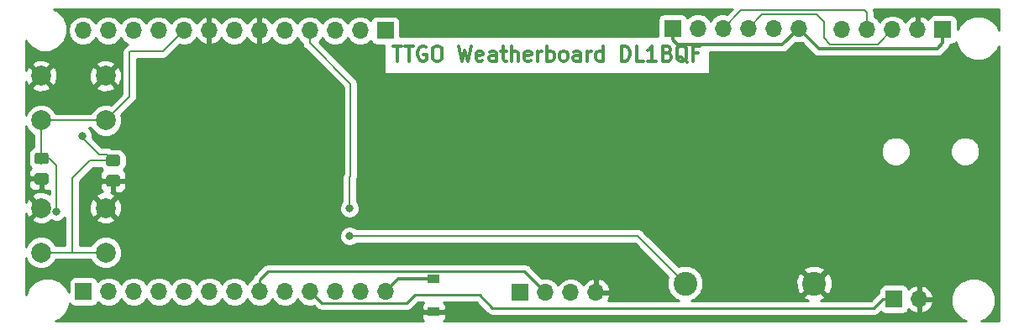
<source format=gbr>
G04 #@! TF.GenerationSoftware,KiCad,Pcbnew,5.0.2+dfsg1-1*
G04 #@! TF.CreationDate,2021-01-08T16:21:55+01:00*
G04 #@! TF.ProjectId,TTGO_weatherboard,5454474f-5f77-4656-9174-686572626f61,rev?*
G04 #@! TF.SameCoordinates,Original*
G04 #@! TF.FileFunction,Copper,L1,Top*
G04 #@! TF.FilePolarity,Positive*
%FSLAX46Y46*%
G04 Gerber Fmt 4.6, Leading zero omitted, Abs format (unit mm)*
G04 Created by KiCad (PCBNEW 5.0.2+dfsg1-1) date Fr 08 Jan 2021 16:21:55 CET*
%MOMM*%
%LPD*%
G01*
G04 APERTURE LIST*
G04 #@! TA.AperFunction,NonConductor*
%ADD10C,0.300000*%
G04 #@! TD*
G04 #@! TA.AperFunction,Conductor*
%ADD11C,0.100000*%
G04 #@! TD*
G04 #@! TA.AperFunction,SMDPad,CuDef*
%ADD12C,1.150000*%
G04 #@! TD*
G04 #@! TA.AperFunction,SMDPad,CuDef*
%ADD13R,1.200000X0.900000*%
G04 #@! TD*
G04 #@! TA.AperFunction,ComponentPad*
%ADD14R,1.700000X1.700000*%
G04 #@! TD*
G04 #@! TA.AperFunction,ComponentPad*
%ADD15O,1.700000X1.700000*%
G04 #@! TD*
G04 #@! TA.AperFunction,ComponentPad*
%ADD16C,2.400000*%
G04 #@! TD*
G04 #@! TA.AperFunction,ComponentPad*
%ADD17C,2.000000*%
G04 #@! TD*
G04 #@! TA.AperFunction,ViaPad*
%ADD18C,0.800000*%
G04 #@! TD*
G04 #@! TA.AperFunction,Conductor*
%ADD19C,0.200000*%
G04 #@! TD*
G04 #@! TA.AperFunction,Conductor*
%ADD20C,0.300000*%
G04 #@! TD*
G04 #@! TA.AperFunction,Conductor*
%ADD21C,0.350000*%
G04 #@! TD*
G04 #@! TA.AperFunction,Conductor*
%ADD22C,0.250000*%
G04 #@! TD*
G04 #@! TA.AperFunction,Conductor*
%ADD23C,0.254000*%
G04 #@! TD*
G04 APERTURE END LIST*
D10*
X136239600Y-60951371D02*
X137096742Y-60951371D01*
X136668171Y-62451371D02*
X136668171Y-60951371D01*
X137382457Y-60951371D02*
X138239600Y-60951371D01*
X137811028Y-62451371D02*
X137811028Y-60951371D01*
X139525314Y-61022800D02*
X139382457Y-60951371D01*
X139168171Y-60951371D01*
X138953885Y-61022800D01*
X138811028Y-61165657D01*
X138739600Y-61308514D01*
X138668171Y-61594228D01*
X138668171Y-61808514D01*
X138739600Y-62094228D01*
X138811028Y-62237085D01*
X138953885Y-62379942D01*
X139168171Y-62451371D01*
X139311028Y-62451371D01*
X139525314Y-62379942D01*
X139596742Y-62308514D01*
X139596742Y-61808514D01*
X139311028Y-61808514D01*
X140525314Y-60951371D02*
X140811028Y-60951371D01*
X140953885Y-61022800D01*
X141096742Y-61165657D01*
X141168171Y-61451371D01*
X141168171Y-61951371D01*
X141096742Y-62237085D01*
X140953885Y-62379942D01*
X140811028Y-62451371D01*
X140525314Y-62451371D01*
X140382457Y-62379942D01*
X140239600Y-62237085D01*
X140168171Y-61951371D01*
X140168171Y-61451371D01*
X140239600Y-61165657D01*
X140382457Y-61022800D01*
X140525314Y-60951371D01*
X142811028Y-60951371D02*
X143168171Y-62451371D01*
X143453885Y-61379942D01*
X143739600Y-62451371D01*
X144096742Y-60951371D01*
X145239600Y-62379942D02*
X145096742Y-62451371D01*
X144811028Y-62451371D01*
X144668171Y-62379942D01*
X144596742Y-62237085D01*
X144596742Y-61665657D01*
X144668171Y-61522800D01*
X144811028Y-61451371D01*
X145096742Y-61451371D01*
X145239600Y-61522800D01*
X145311028Y-61665657D01*
X145311028Y-61808514D01*
X144596742Y-61951371D01*
X146596742Y-62451371D02*
X146596742Y-61665657D01*
X146525314Y-61522800D01*
X146382457Y-61451371D01*
X146096742Y-61451371D01*
X145953885Y-61522800D01*
X146596742Y-62379942D02*
X146453885Y-62451371D01*
X146096742Y-62451371D01*
X145953885Y-62379942D01*
X145882457Y-62237085D01*
X145882457Y-62094228D01*
X145953885Y-61951371D01*
X146096742Y-61879942D01*
X146453885Y-61879942D01*
X146596742Y-61808514D01*
X147096742Y-61451371D02*
X147668171Y-61451371D01*
X147311028Y-60951371D02*
X147311028Y-62237085D01*
X147382457Y-62379942D01*
X147525314Y-62451371D01*
X147668171Y-62451371D01*
X148168171Y-62451371D02*
X148168171Y-60951371D01*
X148811028Y-62451371D02*
X148811028Y-61665657D01*
X148739600Y-61522800D01*
X148596742Y-61451371D01*
X148382457Y-61451371D01*
X148239600Y-61522800D01*
X148168171Y-61594228D01*
X150096742Y-62379942D02*
X149953885Y-62451371D01*
X149668171Y-62451371D01*
X149525314Y-62379942D01*
X149453885Y-62237085D01*
X149453885Y-61665657D01*
X149525314Y-61522800D01*
X149668171Y-61451371D01*
X149953885Y-61451371D01*
X150096742Y-61522800D01*
X150168171Y-61665657D01*
X150168171Y-61808514D01*
X149453885Y-61951371D01*
X150811028Y-62451371D02*
X150811028Y-61451371D01*
X150811028Y-61737085D02*
X150882457Y-61594228D01*
X150953885Y-61522800D01*
X151096742Y-61451371D01*
X151239600Y-61451371D01*
X151739600Y-62451371D02*
X151739600Y-60951371D01*
X151739600Y-61522800D02*
X151882457Y-61451371D01*
X152168171Y-61451371D01*
X152311028Y-61522800D01*
X152382457Y-61594228D01*
X152453885Y-61737085D01*
X152453885Y-62165657D01*
X152382457Y-62308514D01*
X152311028Y-62379942D01*
X152168171Y-62451371D01*
X151882457Y-62451371D01*
X151739600Y-62379942D01*
X153311028Y-62451371D02*
X153168171Y-62379942D01*
X153096742Y-62308514D01*
X153025314Y-62165657D01*
X153025314Y-61737085D01*
X153096742Y-61594228D01*
X153168171Y-61522800D01*
X153311028Y-61451371D01*
X153525314Y-61451371D01*
X153668171Y-61522800D01*
X153739600Y-61594228D01*
X153811028Y-61737085D01*
X153811028Y-62165657D01*
X153739600Y-62308514D01*
X153668171Y-62379942D01*
X153525314Y-62451371D01*
X153311028Y-62451371D01*
X155096742Y-62451371D02*
X155096742Y-61665657D01*
X155025314Y-61522800D01*
X154882457Y-61451371D01*
X154596742Y-61451371D01*
X154453885Y-61522800D01*
X155096742Y-62379942D02*
X154953885Y-62451371D01*
X154596742Y-62451371D01*
X154453885Y-62379942D01*
X154382457Y-62237085D01*
X154382457Y-62094228D01*
X154453885Y-61951371D01*
X154596742Y-61879942D01*
X154953885Y-61879942D01*
X155096742Y-61808514D01*
X155811028Y-62451371D02*
X155811028Y-61451371D01*
X155811028Y-61737085D02*
X155882457Y-61594228D01*
X155953885Y-61522800D01*
X156096742Y-61451371D01*
X156239600Y-61451371D01*
X157382457Y-62451371D02*
X157382457Y-60951371D01*
X157382457Y-62379942D02*
X157239600Y-62451371D01*
X156953885Y-62451371D01*
X156811028Y-62379942D01*
X156739600Y-62308514D01*
X156668171Y-62165657D01*
X156668171Y-61737085D01*
X156739600Y-61594228D01*
X156811028Y-61522800D01*
X156953885Y-61451371D01*
X157239600Y-61451371D01*
X157382457Y-61522800D01*
X159239600Y-62451371D02*
X159239600Y-60951371D01*
X159596742Y-60951371D01*
X159811028Y-61022800D01*
X159953885Y-61165657D01*
X160025314Y-61308514D01*
X160096742Y-61594228D01*
X160096742Y-61808514D01*
X160025314Y-62094228D01*
X159953885Y-62237085D01*
X159811028Y-62379942D01*
X159596742Y-62451371D01*
X159239600Y-62451371D01*
X161453885Y-62451371D02*
X160739600Y-62451371D01*
X160739600Y-60951371D01*
X162739600Y-62451371D02*
X161882457Y-62451371D01*
X162311028Y-62451371D02*
X162311028Y-60951371D01*
X162168171Y-61165657D01*
X162025314Y-61308514D01*
X161882457Y-61379942D01*
X163882457Y-61665657D02*
X164096742Y-61737085D01*
X164168171Y-61808514D01*
X164239600Y-61951371D01*
X164239600Y-62165657D01*
X164168171Y-62308514D01*
X164096742Y-62379942D01*
X163953885Y-62451371D01*
X163382457Y-62451371D01*
X163382457Y-60951371D01*
X163882457Y-60951371D01*
X164025314Y-61022800D01*
X164096742Y-61094228D01*
X164168171Y-61237085D01*
X164168171Y-61379942D01*
X164096742Y-61522800D01*
X164025314Y-61594228D01*
X163882457Y-61665657D01*
X163382457Y-61665657D01*
X165882457Y-62594228D02*
X165739600Y-62522800D01*
X165596742Y-62379942D01*
X165382457Y-62165657D01*
X165239600Y-62094228D01*
X165096742Y-62094228D01*
X165168171Y-62451371D02*
X165025314Y-62379942D01*
X164882457Y-62237085D01*
X164811028Y-61951371D01*
X164811028Y-61451371D01*
X164882457Y-61165657D01*
X165025314Y-61022800D01*
X165168171Y-60951371D01*
X165453885Y-60951371D01*
X165596742Y-61022800D01*
X165739600Y-61165657D01*
X165811028Y-61451371D01*
X165811028Y-61951371D01*
X165739600Y-62237085D01*
X165596742Y-62379942D01*
X165453885Y-62451371D01*
X165168171Y-62451371D01*
X166953885Y-61665657D02*
X166453885Y-61665657D01*
X166453885Y-62451371D02*
X166453885Y-60951371D01*
X167168171Y-60951371D01*
D11*
G04 #@! TO.N,Net-(C1-Pad1)*
G04 #@! TO.C,C1*
G36*
X108475305Y-71908804D02*
X108499573Y-71912404D01*
X108523372Y-71918365D01*
X108546471Y-71926630D01*
X108568650Y-71937120D01*
X108589693Y-71949732D01*
X108609399Y-71964347D01*
X108627577Y-71980823D01*
X108644053Y-71999001D01*
X108658668Y-72018707D01*
X108671280Y-72039750D01*
X108681770Y-72061929D01*
X108690035Y-72085028D01*
X108695996Y-72108827D01*
X108699596Y-72133095D01*
X108700800Y-72157599D01*
X108700800Y-72807601D01*
X108699596Y-72832105D01*
X108695996Y-72856373D01*
X108690035Y-72880172D01*
X108681770Y-72903271D01*
X108671280Y-72925450D01*
X108658668Y-72946493D01*
X108644053Y-72966199D01*
X108627577Y-72984377D01*
X108609399Y-73000853D01*
X108589693Y-73015468D01*
X108568650Y-73028080D01*
X108546471Y-73038570D01*
X108523372Y-73046835D01*
X108499573Y-73052796D01*
X108475305Y-73056396D01*
X108450801Y-73057600D01*
X107550799Y-73057600D01*
X107526295Y-73056396D01*
X107502027Y-73052796D01*
X107478228Y-73046835D01*
X107455129Y-73038570D01*
X107432950Y-73028080D01*
X107411907Y-73015468D01*
X107392201Y-73000853D01*
X107374023Y-72984377D01*
X107357547Y-72966199D01*
X107342932Y-72946493D01*
X107330320Y-72925450D01*
X107319830Y-72903271D01*
X107311565Y-72880172D01*
X107305604Y-72856373D01*
X107302004Y-72832105D01*
X107300800Y-72807601D01*
X107300800Y-72157599D01*
X107302004Y-72133095D01*
X107305604Y-72108827D01*
X107311565Y-72085028D01*
X107319830Y-72061929D01*
X107330320Y-72039750D01*
X107342932Y-72018707D01*
X107357547Y-71999001D01*
X107374023Y-71980823D01*
X107392201Y-71964347D01*
X107411907Y-71949732D01*
X107432950Y-71937120D01*
X107455129Y-71926630D01*
X107478228Y-71918365D01*
X107502027Y-71912404D01*
X107526295Y-71908804D01*
X107550799Y-71907600D01*
X108450801Y-71907600D01*
X108475305Y-71908804D01*
X108475305Y-71908804D01*
G37*
D12*
G04 #@! TD*
G04 #@! TO.P,C1,1*
G04 #@! TO.N,Net-(C1-Pad1)*
X108000800Y-72482600D03*
D11*
G04 #@! TO.N,GND*
G04 #@! TO.C,C1*
G36*
X108475305Y-73958804D02*
X108499573Y-73962404D01*
X108523372Y-73968365D01*
X108546471Y-73976630D01*
X108568650Y-73987120D01*
X108589693Y-73999732D01*
X108609399Y-74014347D01*
X108627577Y-74030823D01*
X108644053Y-74049001D01*
X108658668Y-74068707D01*
X108671280Y-74089750D01*
X108681770Y-74111929D01*
X108690035Y-74135028D01*
X108695996Y-74158827D01*
X108699596Y-74183095D01*
X108700800Y-74207599D01*
X108700800Y-74857601D01*
X108699596Y-74882105D01*
X108695996Y-74906373D01*
X108690035Y-74930172D01*
X108681770Y-74953271D01*
X108671280Y-74975450D01*
X108658668Y-74996493D01*
X108644053Y-75016199D01*
X108627577Y-75034377D01*
X108609399Y-75050853D01*
X108589693Y-75065468D01*
X108568650Y-75078080D01*
X108546471Y-75088570D01*
X108523372Y-75096835D01*
X108499573Y-75102796D01*
X108475305Y-75106396D01*
X108450801Y-75107600D01*
X107550799Y-75107600D01*
X107526295Y-75106396D01*
X107502027Y-75102796D01*
X107478228Y-75096835D01*
X107455129Y-75088570D01*
X107432950Y-75078080D01*
X107411907Y-75065468D01*
X107392201Y-75050853D01*
X107374023Y-75034377D01*
X107357547Y-75016199D01*
X107342932Y-74996493D01*
X107330320Y-74975450D01*
X107319830Y-74953271D01*
X107311565Y-74930172D01*
X107305604Y-74906373D01*
X107302004Y-74882105D01*
X107300800Y-74857601D01*
X107300800Y-74207599D01*
X107302004Y-74183095D01*
X107305604Y-74158827D01*
X107311565Y-74135028D01*
X107319830Y-74111929D01*
X107330320Y-74089750D01*
X107342932Y-74068707D01*
X107357547Y-74049001D01*
X107374023Y-74030823D01*
X107392201Y-74014347D01*
X107411907Y-73999732D01*
X107432950Y-73987120D01*
X107455129Y-73976630D01*
X107478228Y-73968365D01*
X107502027Y-73962404D01*
X107526295Y-73958804D01*
X107550799Y-73957600D01*
X108450801Y-73957600D01*
X108475305Y-73958804D01*
X108475305Y-73958804D01*
G37*
D12*
G04 #@! TD*
G04 #@! TO.P,C1,2*
G04 #@! TO.N,GND*
X108000800Y-74532600D03*
D11*
G04 #@! TO.N,Net-(C2-Pad2)*
G04 #@! TO.C,C2*
G36*
X101261705Y-71705604D02*
X101285973Y-71709204D01*
X101309772Y-71715165D01*
X101332871Y-71723430D01*
X101355050Y-71733920D01*
X101376093Y-71746532D01*
X101395799Y-71761147D01*
X101413977Y-71777623D01*
X101430453Y-71795801D01*
X101445068Y-71815507D01*
X101457680Y-71836550D01*
X101468170Y-71858729D01*
X101476435Y-71881828D01*
X101482396Y-71905627D01*
X101485996Y-71929895D01*
X101487200Y-71954399D01*
X101487200Y-72604401D01*
X101485996Y-72628905D01*
X101482396Y-72653173D01*
X101476435Y-72676972D01*
X101468170Y-72700071D01*
X101457680Y-72722250D01*
X101445068Y-72743293D01*
X101430453Y-72762999D01*
X101413977Y-72781177D01*
X101395799Y-72797653D01*
X101376093Y-72812268D01*
X101355050Y-72824880D01*
X101332871Y-72835370D01*
X101309772Y-72843635D01*
X101285973Y-72849596D01*
X101261705Y-72853196D01*
X101237201Y-72854400D01*
X100337199Y-72854400D01*
X100312695Y-72853196D01*
X100288427Y-72849596D01*
X100264628Y-72843635D01*
X100241529Y-72835370D01*
X100219350Y-72824880D01*
X100198307Y-72812268D01*
X100178601Y-72797653D01*
X100160423Y-72781177D01*
X100143947Y-72762999D01*
X100129332Y-72743293D01*
X100116720Y-72722250D01*
X100106230Y-72700071D01*
X100097965Y-72676972D01*
X100092004Y-72653173D01*
X100088404Y-72628905D01*
X100087200Y-72604401D01*
X100087200Y-71954399D01*
X100088404Y-71929895D01*
X100092004Y-71905627D01*
X100097965Y-71881828D01*
X100106230Y-71858729D01*
X100116720Y-71836550D01*
X100129332Y-71815507D01*
X100143947Y-71795801D01*
X100160423Y-71777623D01*
X100178601Y-71761147D01*
X100198307Y-71746532D01*
X100219350Y-71733920D01*
X100241529Y-71723430D01*
X100264628Y-71715165D01*
X100288427Y-71709204D01*
X100312695Y-71705604D01*
X100337199Y-71704400D01*
X101237201Y-71704400D01*
X101261705Y-71705604D01*
X101261705Y-71705604D01*
G37*
D12*
G04 #@! TD*
G04 #@! TO.P,C2,2*
G04 #@! TO.N,Net-(C2-Pad2)*
X100787200Y-72279400D03*
D11*
G04 #@! TO.N,GND*
G04 #@! TO.C,C2*
G36*
X101261705Y-73755604D02*
X101285973Y-73759204D01*
X101309772Y-73765165D01*
X101332871Y-73773430D01*
X101355050Y-73783920D01*
X101376093Y-73796532D01*
X101395799Y-73811147D01*
X101413977Y-73827623D01*
X101430453Y-73845801D01*
X101445068Y-73865507D01*
X101457680Y-73886550D01*
X101468170Y-73908729D01*
X101476435Y-73931828D01*
X101482396Y-73955627D01*
X101485996Y-73979895D01*
X101487200Y-74004399D01*
X101487200Y-74654401D01*
X101485996Y-74678905D01*
X101482396Y-74703173D01*
X101476435Y-74726972D01*
X101468170Y-74750071D01*
X101457680Y-74772250D01*
X101445068Y-74793293D01*
X101430453Y-74812999D01*
X101413977Y-74831177D01*
X101395799Y-74847653D01*
X101376093Y-74862268D01*
X101355050Y-74874880D01*
X101332871Y-74885370D01*
X101309772Y-74893635D01*
X101285973Y-74899596D01*
X101261705Y-74903196D01*
X101237201Y-74904400D01*
X100337199Y-74904400D01*
X100312695Y-74903196D01*
X100288427Y-74899596D01*
X100264628Y-74893635D01*
X100241529Y-74885370D01*
X100219350Y-74874880D01*
X100198307Y-74862268D01*
X100178601Y-74847653D01*
X100160423Y-74831177D01*
X100143947Y-74812999D01*
X100129332Y-74793293D01*
X100116720Y-74772250D01*
X100106230Y-74750071D01*
X100097965Y-74726972D01*
X100092004Y-74703173D01*
X100088404Y-74678905D01*
X100087200Y-74654401D01*
X100087200Y-74004399D01*
X100088404Y-73979895D01*
X100092004Y-73955627D01*
X100097965Y-73931828D01*
X100106230Y-73908729D01*
X100116720Y-73886550D01*
X100129332Y-73865507D01*
X100143947Y-73845801D01*
X100160423Y-73827623D01*
X100178601Y-73811147D01*
X100198307Y-73796532D01*
X100219350Y-73783920D01*
X100241529Y-73773430D01*
X100264628Y-73765165D01*
X100288427Y-73759204D01*
X100312695Y-73755604D01*
X100337199Y-73754400D01*
X101237201Y-73754400D01*
X101261705Y-73755604D01*
X101261705Y-73755604D01*
G37*
D12*
G04 #@! TD*
G04 #@! TO.P,C2,1*
G04 #@! TO.N,GND*
X100787200Y-74329400D03*
D13*
G04 #@! TO.P,D3,1*
G04 #@! TO.N,+5V*
X140309600Y-84429600D03*
G04 #@! TO.P,D3,2*
G04 #@! TO.N,GND*
X140309600Y-87729600D03*
G04 #@! TD*
D14*
G04 #@! TO.P,J1,1*
G04 #@! TO.N,+3V3*
X164388800Y-59182000D03*
D15*
G04 #@! TO.P,J1,2*
G04 #@! TO.N,Net-(J1-Pad2)*
X166928800Y-59182000D03*
G04 #@! TO.P,J1,3*
G04 #@! TO.N,Net-(J1-Pad3)*
X169468800Y-59182000D03*
G04 #@! TO.P,J1,4*
G04 #@! TO.N,Net-(J1-Pad4)*
X172008800Y-59182000D03*
G04 #@! TO.P,J1,5*
G04 #@! TO.N,GND*
X174548800Y-59182000D03*
G04 #@! TO.P,J1,6*
G04 #@! TO.N,+3V3*
X177088800Y-59182000D03*
G04 #@! TD*
D14*
G04 #@! TO.P,J3,1*
G04 #@! TO.N,Net-(J3-Pad1)*
X135432800Y-59385200D03*
D15*
G04 #@! TO.P,J3,2*
G04 #@! TO.N,Net-(J3-Pad2)*
X132892800Y-59385200D03*
G04 #@! TO.P,J3,3*
G04 #@! TO.N,+3V3*
X130352800Y-59385200D03*
G04 #@! TO.P,J3,4*
G04 #@! TO.N,Net-(J1-Pad3)*
X127812800Y-59385200D03*
G04 #@! TO.P,J3,5*
G04 #@! TO.N,Net-(J1-Pad4)*
X125272800Y-59385200D03*
G04 #@! TO.P,J3,6*
G04 #@! TO.N,GND*
X122732800Y-59385200D03*
G04 #@! TO.P,J3,7*
G04 #@! TO.N,+3V3*
X120192800Y-59385200D03*
G04 #@! TO.P,J3,8*
G04 #@! TO.N,GND*
X117652800Y-59385200D03*
G04 #@! TO.P,J3,9*
G04 #@! TO.N,Net-(C2-Pad2)*
X115112800Y-59385200D03*
G04 #@! TO.P,J3,10*
G04 #@! TO.N,Net-(C1-Pad1)*
X112572800Y-59385200D03*
G04 #@! TO.P,J3,11*
G04 #@! TO.N,Net-(J2-PadR)*
X110032800Y-59385200D03*
G04 #@! TO.P,J3,12*
G04 #@! TO.N,Net-(J3-Pad12)*
X107492800Y-59385200D03*
G04 #@! TO.P,J3,13*
G04 #@! TO.N,Net-(J3-Pad13)*
X104952800Y-59385200D03*
G04 #@! TD*
G04 #@! TO.P,J4,13*
G04 #@! TO.N,+5V*
X135483600Y-85700000D03*
G04 #@! TO.P,J4,12*
G04 #@! TO.N,GND*
X132943600Y-85700000D03*
G04 #@! TO.P,J4,11*
G04 #@! TO.N,Net-(J4-Pad11)*
X130403600Y-85700000D03*
G04 #@! TO.P,J4,10*
G04 #@! TO.N,Net-(J4-Pad10)*
X127863600Y-85700000D03*
G04 #@! TO.P,J4,9*
G04 #@! TO.N,Net-(J4-Pad9)*
X125323600Y-85700000D03*
G04 #@! TO.P,J4,8*
G04 #@! TO.N,Net-(J4-Pad8)*
X122783600Y-85700000D03*
G04 #@! TO.P,J4,7*
G04 #@! TO.N,Net-(J4-Pad7)*
X120243600Y-85700000D03*
G04 #@! TO.P,J4,6*
G04 #@! TO.N,Net-(J4-Pad6)*
X117703600Y-85700000D03*
G04 #@! TO.P,J4,5*
G04 #@! TO.N,Net-(J4-Pad5)*
X115163600Y-85700000D03*
G04 #@! TO.P,J4,4*
G04 #@! TO.N,Net-(J4-Pad4)*
X112623600Y-85700000D03*
G04 #@! TO.P,J4,3*
G04 #@! TO.N,Net-(J4-Pad3)*
X110083600Y-85700000D03*
G04 #@! TO.P,J4,2*
G04 #@! TO.N,Net-(J4-Pad2)*
X107543600Y-85700000D03*
D14*
G04 #@! TO.P,J4,1*
G04 #@! TO.N,Net-(J4-Pad1)*
X105003600Y-85700000D03*
G04 #@! TD*
G04 #@! TO.P,J5,1*
G04 #@! TO.N,Net-(J4-Pad10)*
X186690000Y-86461600D03*
D15*
G04 #@! TO.P,J5,2*
G04 #@! TO.N,GND*
X189230000Y-86461600D03*
G04 #@! TD*
G04 #@! TO.P,J6,5*
G04 #@! TO.N,Net-(J6-Pad5)*
X181457600Y-59283600D03*
G04 #@! TO.P,J6,4*
G04 #@! TO.N,Net-(J1-Pad3)*
X183997600Y-59283600D03*
G04 #@! TO.P,J6,3*
G04 #@! TO.N,Net-(J1-Pad4)*
X186537600Y-59283600D03*
G04 #@! TO.P,J6,2*
G04 #@! TO.N,GND*
X189077600Y-59283600D03*
D14*
G04 #@! TO.P,J6,1*
G04 #@! TO.N,+3V3*
X191617600Y-59283600D03*
G04 #@! TD*
D16*
G04 #@! TO.P,L1,1*
G04 #@! TO.N,Net-(C3-Pad2)*
X165658800Y-84886800D03*
G04 #@! TO.P,L1,2*
G04 #@! TO.N,GND*
X178658800Y-84886800D03*
G04 #@! TD*
D17*
G04 #@! TO.P,SW1,2*
G04 #@! TO.N,Net-(C1-Pad1)*
X100736400Y-81766800D03*
G04 #@! TO.P,SW1,1*
G04 #@! TO.N,GND*
X100736400Y-77266800D03*
G04 #@! TO.P,SW1,2*
G04 #@! TO.N,Net-(C1-Pad1)*
X107236400Y-81766800D03*
G04 #@! TO.P,SW1,1*
G04 #@! TO.N,GND*
X107236400Y-77266800D03*
G04 #@! TD*
G04 #@! TO.P,SW2,1*
G04 #@! TO.N,GND*
X107236400Y-63957200D03*
G04 #@! TO.P,SW2,2*
G04 #@! TO.N,Net-(C2-Pad2)*
X107236400Y-68457200D03*
G04 #@! TO.P,SW2,1*
G04 #@! TO.N,GND*
X100736400Y-63957200D03*
G04 #@! TO.P,SW2,2*
G04 #@! TO.N,Net-(C2-Pad2)*
X100736400Y-68457200D03*
G04 #@! TD*
D14*
G04 #@! TO.P,U1,1*
G04 #@! TO.N,+3V3*
X149047200Y-85801200D03*
D15*
G04 #@! TO.P,U1,2*
G04 #@! TO.N,Net-(J4-Pad8)*
X151587200Y-85801200D03*
G04 #@! TO.P,U1,3*
G04 #@! TO.N,Net-(U1-Pad3)*
X154127200Y-85801200D03*
G04 #@! TO.P,U1,4*
G04 #@! TO.N,GND*
X156667200Y-85801200D03*
G04 #@! TD*
D18*
G04 #@! TO.N,Net-(C1-Pad1)*
X104902000Y-70002400D03*
G04 #@! TO.N,GND*
X108204000Y-66040000D03*
X112217200Y-66548000D03*
X112217200Y-66548000D03*
X112217200Y-66548000D03*
X118008400Y-65735200D03*
X127304800Y-64617600D03*
X128473200Y-67208400D03*
X133807200Y-64719200D03*
X129794000Y-72644000D03*
X129438400Y-74777600D03*
X126796800Y-77165200D03*
X124256800Y-75641200D03*
X125831600Y-73609200D03*
X112979200Y-81584800D03*
G04 #@! TO.N,Net-(C2-Pad2)*
X102311200Y-77622400D03*
G04 #@! TO.N,Net-(C3-Pad2)*
X131826000Y-80111600D03*
G04 #@! TO.N,Net-(J1-Pad3)*
X131826000Y-77317600D03*
G04 #@! TD*
D19*
G04 #@! TO.N,Net-(C1-Pad1)*
X107377428Y-71859228D02*
X106555628Y-71859228D01*
X108000800Y-72482600D02*
X107377428Y-71859228D01*
X106555628Y-71859228D02*
X104902000Y-70205600D01*
X104902000Y-70205600D02*
X104902000Y-70002400D01*
X103886000Y-81766800D02*
X103886000Y-74269600D01*
X103886000Y-81766800D02*
X107236400Y-81766800D01*
X100736400Y-81766800D02*
X103886000Y-81766800D01*
X105673000Y-72482600D02*
X108000800Y-72482600D01*
X103886000Y-74269600D02*
X105673000Y-72482600D01*
G04 #@! TO.N,Net-(C2-Pad2)*
X107236400Y-68457200D02*
X100736400Y-68457200D01*
X100736400Y-72228600D02*
X100787200Y-72279400D01*
X100736400Y-68457200D02*
X100736400Y-72228600D01*
X101587200Y-72279400D02*
X102311200Y-73003400D01*
X100787200Y-72279400D02*
X101587200Y-72279400D01*
X102311200Y-73003400D02*
X102311200Y-77622400D01*
X109626400Y-66067200D02*
X107236400Y-68457200D01*
X109626400Y-61569600D02*
X109626400Y-66067200D01*
X115112800Y-59385200D02*
X113030000Y-61468000D01*
X109728000Y-61468000D02*
X109626400Y-61569600D01*
X113030000Y-61468000D02*
X109728000Y-61468000D01*
G04 #@! TO.N,Net-(C3-Pad2)*
X160883600Y-80111600D02*
X165658800Y-84886800D01*
X131826000Y-80111600D02*
X160883600Y-80111600D01*
D20*
G04 #@! TO.N,+3V3*
X164388800Y-60332000D02*
X164864400Y-60807600D01*
X164388800Y-59182000D02*
X164388800Y-60332000D01*
X175463200Y-60807600D02*
X177088800Y-59182000D01*
X164864400Y-60807600D02*
X175463200Y-60807600D01*
X179113610Y-61206810D02*
X191065990Y-61206810D01*
X177088800Y-59182000D02*
X179113610Y-61206810D01*
X191617600Y-60655200D02*
X191617600Y-59283600D01*
X191065990Y-61206810D02*
X191617600Y-60655200D01*
D21*
G04 #@! TO.N,+5V*
X136754000Y-84429600D02*
X140309600Y-84429600D01*
X135483600Y-85700000D02*
X136754000Y-84429600D01*
D19*
G04 #@! TO.N,Net-(J1-Pad3)*
X127812800Y-60655200D02*
X127812800Y-59385200D01*
X131927600Y-64770000D02*
X127812800Y-60655200D01*
X131927600Y-74066400D02*
X131927600Y-64770000D01*
X131826000Y-77317600D02*
X131826000Y-74168000D01*
X131826000Y-74168000D02*
X131927600Y-74066400D01*
X169468800Y-59182000D02*
X171297600Y-57353200D01*
X183997600Y-57607200D02*
X183997600Y-59283600D01*
X183743600Y-57353200D02*
X183997600Y-57607200D01*
X171297600Y-57353200D02*
X183743600Y-57353200D01*
G04 #@! TO.N,Net-(J1-Pad4)*
X185064400Y-60756800D02*
X186537600Y-59283600D01*
X173431200Y-57759600D02*
X178917600Y-57759600D01*
X172008800Y-59182000D02*
X173431200Y-57759600D01*
X178917600Y-57759600D02*
X179679600Y-58521600D01*
X179679600Y-58521600D02*
X179679600Y-60147200D01*
X179679600Y-60147200D02*
X180289200Y-60756800D01*
X180289200Y-60756800D02*
X185064400Y-60756800D01*
D22*
G04 #@! TO.N,Net-(J4-Pad10)*
X129038601Y-86875001D02*
X137610199Y-86875001D01*
X127863600Y-85700000D02*
X129038601Y-86875001D01*
X137610199Y-86875001D02*
X138430000Y-86055200D01*
X138430000Y-86055200D02*
X144932400Y-86055200D01*
X144932400Y-86055200D02*
X146253200Y-87376000D01*
X185590000Y-86461600D02*
X186690000Y-86461600D01*
X184675600Y-87376000D02*
X185590000Y-86461600D01*
X146253200Y-87376000D02*
X184675600Y-87376000D01*
G04 #@! TO.N,Net-(J4-Pad8)*
X150737201Y-84951201D02*
X151587200Y-85801200D01*
X149440599Y-83654599D02*
X150737201Y-84951201D01*
X123626920Y-83654599D02*
X149440599Y-83654599D01*
X122783600Y-84497919D02*
X123626920Y-83654599D01*
X122783600Y-85700000D02*
X122783600Y-84497919D01*
G04 #@! TD*
D23*
G04 #@! TO.N,GND*
G36*
X169864697Y-57746657D02*
X169615056Y-57697000D01*
X169322544Y-57697000D01*
X168889382Y-57783161D01*
X168398175Y-58111375D01*
X168198800Y-58409761D01*
X167999425Y-58111375D01*
X167508218Y-57783161D01*
X167075056Y-57697000D01*
X166782544Y-57697000D01*
X166349382Y-57783161D01*
X165858175Y-58111375D01*
X165845984Y-58129619D01*
X165836957Y-58084235D01*
X165696609Y-57874191D01*
X165486565Y-57733843D01*
X165238800Y-57684560D01*
X163538800Y-57684560D01*
X163291035Y-57733843D01*
X163080991Y-57874191D01*
X162940643Y-58084235D01*
X162891360Y-58332000D01*
X162891360Y-59982800D01*
X136930240Y-59982800D01*
X136930240Y-58535200D01*
X136880957Y-58287435D01*
X136740609Y-58077391D01*
X136530565Y-57937043D01*
X136282800Y-57887760D01*
X134582800Y-57887760D01*
X134335035Y-57937043D01*
X134124991Y-58077391D01*
X133984643Y-58287435D01*
X133975616Y-58332819D01*
X133963425Y-58314575D01*
X133472218Y-57986361D01*
X133039056Y-57900200D01*
X132746544Y-57900200D01*
X132313382Y-57986361D01*
X131822175Y-58314575D01*
X131622800Y-58612961D01*
X131423425Y-58314575D01*
X130932218Y-57986361D01*
X130499056Y-57900200D01*
X130206544Y-57900200D01*
X129773382Y-57986361D01*
X129282175Y-58314575D01*
X129082800Y-58612961D01*
X128883425Y-58314575D01*
X128392218Y-57986361D01*
X127959056Y-57900200D01*
X127666544Y-57900200D01*
X127233382Y-57986361D01*
X126742175Y-58314575D01*
X126542800Y-58612961D01*
X126343425Y-58314575D01*
X125852218Y-57986361D01*
X125419056Y-57900200D01*
X125126544Y-57900200D01*
X124693382Y-57986361D01*
X124202175Y-58314575D01*
X123988957Y-58633678D01*
X123927983Y-58503842D01*
X123499724Y-58113555D01*
X123089690Y-57943724D01*
X122859800Y-58065045D01*
X122859800Y-59258200D01*
X122879800Y-59258200D01*
X122879800Y-59512200D01*
X122859800Y-59512200D01*
X122859800Y-60705355D01*
X123089690Y-60826676D01*
X123499724Y-60656845D01*
X123927983Y-60266558D01*
X123988957Y-60136722D01*
X124202175Y-60455825D01*
X124693382Y-60784039D01*
X125126544Y-60870200D01*
X125419056Y-60870200D01*
X125852218Y-60784039D01*
X126343425Y-60455825D01*
X126542800Y-60157439D01*
X126742175Y-60455825D01*
X127066903Y-60672801D01*
X127077800Y-60727584D01*
X127077800Y-60727587D01*
X127120446Y-60941982D01*
X127282895Y-61185105D01*
X127344265Y-61226111D01*
X131192601Y-65074448D01*
X131192600Y-73792987D01*
X131133646Y-73881218D01*
X131076602Y-74168000D01*
X131091001Y-74240389D01*
X131091000Y-76588889D01*
X130948569Y-76731320D01*
X130791000Y-77111726D01*
X130791000Y-77523474D01*
X130948569Y-77903880D01*
X131239720Y-78195031D01*
X131620126Y-78352600D01*
X132031874Y-78352600D01*
X132412280Y-78195031D01*
X132703431Y-77903880D01*
X132861000Y-77523474D01*
X132861000Y-77111726D01*
X132703431Y-76731320D01*
X132561000Y-76588889D01*
X132561000Y-74441414D01*
X132619954Y-74353183D01*
X132662600Y-74138788D01*
X132662600Y-74138785D01*
X132676998Y-74066401D01*
X132662600Y-73994017D01*
X132662600Y-71281815D01*
X185378600Y-71281815D01*
X185378600Y-71872585D01*
X185604678Y-72418385D01*
X186022415Y-72836122D01*
X186568215Y-73062200D01*
X187158985Y-73062200D01*
X187704785Y-72836122D01*
X188122522Y-72418385D01*
X188348600Y-71872585D01*
X188348600Y-71281815D01*
X192378600Y-71281815D01*
X192378600Y-71872585D01*
X192604678Y-72418385D01*
X193022415Y-72836122D01*
X193568215Y-73062200D01*
X194158985Y-73062200D01*
X194704785Y-72836122D01*
X195122522Y-72418385D01*
X195348600Y-71872585D01*
X195348600Y-71281815D01*
X195122522Y-70736015D01*
X194704785Y-70318278D01*
X194158985Y-70092200D01*
X193568215Y-70092200D01*
X193022415Y-70318278D01*
X192604678Y-70736015D01*
X192378600Y-71281815D01*
X188348600Y-71281815D01*
X188122522Y-70736015D01*
X187704785Y-70318278D01*
X187158985Y-70092200D01*
X186568215Y-70092200D01*
X186022415Y-70318278D01*
X185604678Y-70736015D01*
X185378600Y-71281815D01*
X132662600Y-71281815D01*
X132662600Y-64842384D01*
X132676998Y-64770000D01*
X132662600Y-64697616D01*
X132662600Y-64697612D01*
X132619954Y-64483217D01*
X132457505Y-64240095D01*
X132396138Y-64199091D01*
X128745218Y-60548172D01*
X128883425Y-60455825D01*
X129082800Y-60157439D01*
X129282175Y-60455825D01*
X129773382Y-60784039D01*
X130206544Y-60870200D01*
X130499056Y-60870200D01*
X130932218Y-60784039D01*
X131423425Y-60455825D01*
X131622800Y-60157439D01*
X131822175Y-60455825D01*
X132313382Y-60784039D01*
X132746544Y-60870200D01*
X133039056Y-60870200D01*
X133472218Y-60784039D01*
X133963425Y-60455825D01*
X133975616Y-60437581D01*
X133984643Y-60482965D01*
X134124991Y-60693009D01*
X134335035Y-60833357D01*
X134582800Y-60882640D01*
X135311743Y-60882640D01*
X135311743Y-63802800D01*
X168167457Y-63802800D01*
X168167457Y-61592600D01*
X175385888Y-61592600D01*
X175463200Y-61607978D01*
X175540512Y-61592600D01*
X175540516Y-61592600D01*
X175769492Y-61547054D01*
X176029153Y-61373553D01*
X176072949Y-61308008D01*
X176751882Y-60629075D01*
X176942544Y-60667000D01*
X177235056Y-60667000D01*
X177425718Y-60629075D01*
X178503861Y-61707218D01*
X178547657Y-61772763D01*
X178807318Y-61946264D01*
X179036294Y-61991810D01*
X179036298Y-61991810D01*
X179113610Y-62007188D01*
X179190922Y-61991810D01*
X190988678Y-61991810D01*
X191065990Y-62007188D01*
X191143302Y-61991810D01*
X191143306Y-61991810D01*
X191372282Y-61946264D01*
X191631943Y-61772763D01*
X191675739Y-61707218D01*
X192118011Y-61264947D01*
X192183553Y-61221153D01*
X192227347Y-61155611D01*
X192227349Y-61155609D01*
X192357053Y-60961493D01*
X192357054Y-60961492D01*
X192392948Y-60781040D01*
X192467600Y-60781040D01*
X192715365Y-60731757D01*
X192925409Y-60591409D01*
X192938600Y-60571667D01*
X192938600Y-60591769D01*
X193278859Y-61413226D01*
X193907574Y-62041941D01*
X194729031Y-62382200D01*
X195618169Y-62382200D01*
X196439626Y-62041941D01*
X197068341Y-61413226D01*
X197265000Y-60938449D01*
X197265001Y-88664600D01*
X195483508Y-88664600D01*
X195982426Y-88457941D01*
X196611141Y-87829226D01*
X196951400Y-87007769D01*
X196951400Y-86118631D01*
X196611141Y-85297174D01*
X195982426Y-84668459D01*
X195160969Y-84328200D01*
X194271831Y-84328200D01*
X193450374Y-84668459D01*
X192821659Y-85297174D01*
X192481400Y-86118631D01*
X192481400Y-87007769D01*
X192821659Y-87829226D01*
X193450374Y-88457941D01*
X193949292Y-88664600D01*
X141322626Y-88664600D01*
X141447927Y-88539298D01*
X141544600Y-88305909D01*
X141544600Y-88015350D01*
X141385850Y-87856600D01*
X140436600Y-87856600D01*
X140436600Y-87876600D01*
X140182600Y-87876600D01*
X140182600Y-87856600D01*
X139233350Y-87856600D01*
X139074600Y-88015350D01*
X139074600Y-88305909D01*
X139171273Y-88539298D01*
X139296574Y-88664600D01*
X102163908Y-88664600D01*
X102662826Y-88457941D01*
X103291541Y-87829226D01*
X103631800Y-87007769D01*
X103631800Y-86912040D01*
X103695791Y-87007809D01*
X103905835Y-87148157D01*
X104153600Y-87197440D01*
X105853600Y-87197440D01*
X106101365Y-87148157D01*
X106311409Y-87007809D01*
X106451757Y-86797765D01*
X106460784Y-86752381D01*
X106472975Y-86770625D01*
X106964182Y-87098839D01*
X107397344Y-87185000D01*
X107689856Y-87185000D01*
X108123018Y-87098839D01*
X108614225Y-86770625D01*
X108813600Y-86472239D01*
X109012975Y-86770625D01*
X109504182Y-87098839D01*
X109937344Y-87185000D01*
X110229856Y-87185000D01*
X110663018Y-87098839D01*
X111154225Y-86770625D01*
X111353600Y-86472239D01*
X111552975Y-86770625D01*
X112044182Y-87098839D01*
X112477344Y-87185000D01*
X112769856Y-87185000D01*
X113203018Y-87098839D01*
X113694225Y-86770625D01*
X113893600Y-86472239D01*
X114092975Y-86770625D01*
X114584182Y-87098839D01*
X115017344Y-87185000D01*
X115309856Y-87185000D01*
X115743018Y-87098839D01*
X116234225Y-86770625D01*
X116433600Y-86472239D01*
X116632975Y-86770625D01*
X117124182Y-87098839D01*
X117557344Y-87185000D01*
X117849856Y-87185000D01*
X118283018Y-87098839D01*
X118774225Y-86770625D01*
X118973600Y-86472239D01*
X119172975Y-86770625D01*
X119664182Y-87098839D01*
X120097344Y-87185000D01*
X120389856Y-87185000D01*
X120823018Y-87098839D01*
X121314225Y-86770625D01*
X121513600Y-86472239D01*
X121712975Y-86770625D01*
X122204182Y-87098839D01*
X122637344Y-87185000D01*
X122929856Y-87185000D01*
X123363018Y-87098839D01*
X123854225Y-86770625D01*
X124053600Y-86472239D01*
X124252975Y-86770625D01*
X124744182Y-87098839D01*
X125177344Y-87185000D01*
X125469856Y-87185000D01*
X125903018Y-87098839D01*
X126394225Y-86770625D01*
X126593600Y-86472239D01*
X126792975Y-86770625D01*
X127284182Y-87098839D01*
X127717344Y-87185000D01*
X128009856Y-87185000D01*
X128230007Y-87141209D01*
X128448274Y-87359477D01*
X128490672Y-87422930D01*
X128554125Y-87465328D01*
X128554127Y-87465330D01*
X128679503Y-87549103D01*
X128742064Y-87590905D01*
X128963749Y-87635001D01*
X128963753Y-87635001D01*
X129038600Y-87649889D01*
X129113447Y-87635001D01*
X137535352Y-87635001D01*
X137610199Y-87649889D01*
X137685046Y-87635001D01*
X137685051Y-87635001D01*
X137906736Y-87590905D01*
X138158128Y-87422930D01*
X138200530Y-87359471D01*
X138744802Y-86815200D01*
X139275974Y-86815200D01*
X139171273Y-86919902D01*
X139074600Y-87153291D01*
X139074600Y-87443850D01*
X139233350Y-87602600D01*
X140182600Y-87602600D01*
X140182600Y-87582600D01*
X140436600Y-87582600D01*
X140436600Y-87602600D01*
X141385850Y-87602600D01*
X141544600Y-87443850D01*
X141544600Y-87153291D01*
X141447927Y-86919902D01*
X141343226Y-86815200D01*
X144617599Y-86815200D01*
X145662871Y-87860473D01*
X145705271Y-87923929D01*
X145956663Y-88091904D01*
X146178348Y-88136000D01*
X146178352Y-88136000D01*
X146253199Y-88150888D01*
X146328046Y-88136000D01*
X184600753Y-88136000D01*
X184675600Y-88150888D01*
X184750447Y-88136000D01*
X184750452Y-88136000D01*
X184972137Y-88091904D01*
X185223529Y-87923929D01*
X185265931Y-87860470D01*
X185372098Y-87754303D01*
X185382191Y-87769409D01*
X185592235Y-87909757D01*
X185840000Y-87959040D01*
X187540000Y-87959040D01*
X187787765Y-87909757D01*
X187997809Y-87769409D01*
X188138157Y-87559365D01*
X188158739Y-87455892D01*
X188463076Y-87733245D01*
X188873110Y-87903076D01*
X189103000Y-87781755D01*
X189103000Y-86588600D01*
X189357000Y-86588600D01*
X189357000Y-87781755D01*
X189586890Y-87903076D01*
X189996924Y-87733245D01*
X190425183Y-87342958D01*
X190671486Y-86818492D01*
X190550819Y-86588600D01*
X189357000Y-86588600D01*
X189103000Y-86588600D01*
X189083000Y-86588600D01*
X189083000Y-86334600D01*
X189103000Y-86334600D01*
X189103000Y-85141445D01*
X189357000Y-85141445D01*
X189357000Y-86334600D01*
X190550819Y-86334600D01*
X190671486Y-86104708D01*
X190425183Y-85580242D01*
X189996924Y-85189955D01*
X189586890Y-85020124D01*
X189357000Y-85141445D01*
X189103000Y-85141445D01*
X188873110Y-85020124D01*
X188463076Y-85189955D01*
X188158739Y-85467308D01*
X188138157Y-85363835D01*
X187997809Y-85153791D01*
X187787765Y-85013443D01*
X187540000Y-84964160D01*
X185840000Y-84964160D01*
X185592235Y-85013443D01*
X185382191Y-85153791D01*
X185241843Y-85363835D01*
X185192560Y-85611600D01*
X185192560Y-85813117D01*
X185042071Y-85913671D01*
X184999671Y-85977127D01*
X184360799Y-86616000D01*
X179304594Y-86616000D01*
X179653235Y-86471588D01*
X179776370Y-86183975D01*
X178658800Y-85066405D01*
X177541230Y-86183975D01*
X177664365Y-86471588D01*
X178043381Y-86616000D01*
X166279228Y-86616000D01*
X166698244Y-86442438D01*
X167214438Y-85926244D01*
X167493800Y-85251804D01*
X167493800Y-84574534D01*
X176814093Y-84574534D01*
X176835014Y-85304243D01*
X177074012Y-85881235D01*
X177361625Y-86004370D01*
X178479195Y-84886800D01*
X178838405Y-84886800D01*
X179955975Y-86004370D01*
X180243588Y-85881235D01*
X180503507Y-85199066D01*
X180482586Y-84469357D01*
X180243588Y-83892365D01*
X179955975Y-83769230D01*
X178838405Y-84886800D01*
X178479195Y-84886800D01*
X177361625Y-83769230D01*
X177074012Y-83892365D01*
X176814093Y-84574534D01*
X167493800Y-84574534D01*
X167493800Y-84521796D01*
X167214438Y-83847356D01*
X166956707Y-83589625D01*
X177541230Y-83589625D01*
X178658800Y-84707195D01*
X179776370Y-83589625D01*
X179653235Y-83302012D01*
X178971066Y-83042093D01*
X178241357Y-83063014D01*
X177664365Y-83302012D01*
X177541230Y-83589625D01*
X166956707Y-83589625D01*
X166698244Y-83331162D01*
X166023804Y-83051800D01*
X165293796Y-83051800D01*
X164989352Y-83177905D01*
X161454511Y-79643065D01*
X161413505Y-79581695D01*
X161170383Y-79419246D01*
X160955988Y-79376600D01*
X160955984Y-79376600D01*
X160883600Y-79362202D01*
X160811216Y-79376600D01*
X132554711Y-79376600D01*
X132412280Y-79234169D01*
X132031874Y-79076600D01*
X131620126Y-79076600D01*
X131239720Y-79234169D01*
X130948569Y-79525320D01*
X130791000Y-79905726D01*
X130791000Y-80317474D01*
X130948569Y-80697880D01*
X131239720Y-80989031D01*
X131620126Y-81146600D01*
X132031874Y-81146600D01*
X132412280Y-80989031D01*
X132554711Y-80846600D01*
X160579154Y-80846600D01*
X163949905Y-84217352D01*
X163823800Y-84521796D01*
X163823800Y-85251804D01*
X164103162Y-85926244D01*
X164619356Y-86442438D01*
X165038372Y-86616000D01*
X157893640Y-86616000D01*
X158108686Y-86158092D01*
X157988019Y-85928200D01*
X156794200Y-85928200D01*
X156794200Y-85948200D01*
X156540200Y-85948200D01*
X156540200Y-85928200D01*
X156520200Y-85928200D01*
X156520200Y-85674200D01*
X156540200Y-85674200D01*
X156540200Y-84481045D01*
X156794200Y-84481045D01*
X156794200Y-85674200D01*
X157988019Y-85674200D01*
X158108686Y-85444308D01*
X157862383Y-84919842D01*
X157434124Y-84529555D01*
X157024090Y-84359724D01*
X156794200Y-84481045D01*
X156540200Y-84481045D01*
X156310310Y-84359724D01*
X155900276Y-84529555D01*
X155472017Y-84919842D01*
X155411043Y-85049678D01*
X155197825Y-84730575D01*
X154706618Y-84402361D01*
X154273456Y-84316200D01*
X153980944Y-84316200D01*
X153547782Y-84402361D01*
X153056575Y-84730575D01*
X152857200Y-85028961D01*
X152657825Y-84730575D01*
X152166618Y-84402361D01*
X151733456Y-84316200D01*
X151440944Y-84316200D01*
X151220793Y-84359991D01*
X150030930Y-83170129D01*
X149988528Y-83106670D01*
X149737136Y-82938695D01*
X149515451Y-82894599D01*
X149515446Y-82894599D01*
X149440599Y-82879711D01*
X149365752Y-82894599D01*
X123701768Y-82894599D01*
X123626920Y-82879711D01*
X123552072Y-82894599D01*
X123552068Y-82894599D01*
X123330383Y-82938695D01*
X123078991Y-83106670D01*
X123036591Y-83170126D01*
X122299128Y-83907590D01*
X122235672Y-83949990D01*
X122193272Y-84013446D01*
X122193271Y-84013447D01*
X122067697Y-84201382D01*
X122023887Y-84421630D01*
X121712975Y-84629375D01*
X121513600Y-84927761D01*
X121314225Y-84629375D01*
X120823018Y-84301161D01*
X120389856Y-84215000D01*
X120097344Y-84215000D01*
X119664182Y-84301161D01*
X119172975Y-84629375D01*
X118973600Y-84927761D01*
X118774225Y-84629375D01*
X118283018Y-84301161D01*
X117849856Y-84215000D01*
X117557344Y-84215000D01*
X117124182Y-84301161D01*
X116632975Y-84629375D01*
X116433600Y-84927761D01*
X116234225Y-84629375D01*
X115743018Y-84301161D01*
X115309856Y-84215000D01*
X115017344Y-84215000D01*
X114584182Y-84301161D01*
X114092975Y-84629375D01*
X113893600Y-84927761D01*
X113694225Y-84629375D01*
X113203018Y-84301161D01*
X112769856Y-84215000D01*
X112477344Y-84215000D01*
X112044182Y-84301161D01*
X111552975Y-84629375D01*
X111353600Y-84927761D01*
X111154225Y-84629375D01*
X110663018Y-84301161D01*
X110229856Y-84215000D01*
X109937344Y-84215000D01*
X109504182Y-84301161D01*
X109012975Y-84629375D01*
X108813600Y-84927761D01*
X108614225Y-84629375D01*
X108123018Y-84301161D01*
X107689856Y-84215000D01*
X107397344Y-84215000D01*
X106964182Y-84301161D01*
X106472975Y-84629375D01*
X106460784Y-84647619D01*
X106451757Y-84602235D01*
X106311409Y-84392191D01*
X106101365Y-84251843D01*
X105853600Y-84202560D01*
X104153600Y-84202560D01*
X103905835Y-84251843D01*
X103695791Y-84392191D01*
X103555443Y-84602235D01*
X103506160Y-84850000D01*
X103506160Y-85815310D01*
X103291541Y-85297174D01*
X102662826Y-84668459D01*
X101841369Y-84328200D01*
X100952231Y-84328200D01*
X100130774Y-84668459D01*
X99502059Y-85297174D01*
X99185400Y-86061656D01*
X99185400Y-82294816D01*
X99350314Y-82692953D01*
X99810247Y-83152886D01*
X100411178Y-83401800D01*
X101061622Y-83401800D01*
X101662553Y-83152886D01*
X102122486Y-82692953D01*
X102201664Y-82501800D01*
X103813612Y-82501800D01*
X103886000Y-82516199D01*
X103958388Y-82501800D01*
X105771136Y-82501800D01*
X105850314Y-82692953D01*
X106310247Y-83152886D01*
X106911178Y-83401800D01*
X107561622Y-83401800D01*
X108162553Y-83152886D01*
X108622486Y-82692953D01*
X108871400Y-82092022D01*
X108871400Y-81441578D01*
X108622486Y-80840647D01*
X108162553Y-80380714D01*
X107561622Y-80131800D01*
X106911178Y-80131800D01*
X106310247Y-80380714D01*
X105850314Y-80840647D01*
X105771136Y-81031800D01*
X104621000Y-81031800D01*
X104621000Y-78419332D01*
X106263473Y-78419332D01*
X106362136Y-78686187D01*
X106971861Y-78912708D01*
X107621860Y-78888656D01*
X108110664Y-78686187D01*
X108209327Y-78419332D01*
X107236400Y-77446405D01*
X106263473Y-78419332D01*
X104621000Y-78419332D01*
X104621000Y-77002261D01*
X105590492Y-77002261D01*
X105614544Y-77652260D01*
X105817013Y-78141064D01*
X106083868Y-78239727D01*
X107056795Y-77266800D01*
X107416005Y-77266800D01*
X108388932Y-78239727D01*
X108655787Y-78141064D01*
X108882308Y-77531339D01*
X108858256Y-76881340D01*
X108655787Y-76392536D01*
X108388932Y-76293873D01*
X107416005Y-77266800D01*
X107056795Y-77266800D01*
X106083868Y-76293873D01*
X105817013Y-76392536D01*
X105590492Y-77002261D01*
X104621000Y-77002261D01*
X104621000Y-76114268D01*
X106263473Y-76114268D01*
X107236400Y-77087195D01*
X108209327Y-76114268D01*
X108110664Y-75847413D01*
X107745792Y-75711858D01*
X107873800Y-75583850D01*
X107873800Y-74659600D01*
X108127800Y-74659600D01*
X108127800Y-75583850D01*
X108286550Y-75742600D01*
X108827110Y-75742600D01*
X109060499Y-75645927D01*
X109239127Y-75467298D01*
X109335800Y-75233909D01*
X109335800Y-74818350D01*
X109177050Y-74659600D01*
X108127800Y-74659600D01*
X107873800Y-74659600D01*
X106824550Y-74659600D01*
X106665800Y-74818350D01*
X106665800Y-75233909D01*
X106762473Y-75467298D01*
X106936936Y-75641762D01*
X106850940Y-75644944D01*
X106362136Y-75847413D01*
X106263473Y-76114268D01*
X104621000Y-76114268D01*
X104621000Y-74574046D01*
X105977447Y-73217600D01*
X106766150Y-73217600D01*
X106916214Y-73442186D01*
X106917397Y-73442977D01*
X106762473Y-73597902D01*
X106665800Y-73831291D01*
X106665800Y-74246850D01*
X106824550Y-74405600D01*
X107873800Y-74405600D01*
X107873800Y-74385600D01*
X108127800Y-74385600D01*
X108127800Y-74405600D01*
X109177050Y-74405600D01*
X109335800Y-74246850D01*
X109335800Y-73831291D01*
X109239127Y-73597902D01*
X109084203Y-73442977D01*
X109085386Y-73442186D01*
X109279927Y-73151036D01*
X109348240Y-72807601D01*
X109348240Y-72157599D01*
X109279927Y-71814164D01*
X109085386Y-71523014D01*
X108794236Y-71328473D01*
X108450801Y-71260160D01*
X107803823Y-71260160D01*
X107664211Y-71166874D01*
X107449816Y-71124228D01*
X107449812Y-71124228D01*
X107377428Y-71109830D01*
X107305044Y-71124228D01*
X106860075Y-71124228D01*
X105937000Y-70201154D01*
X105937000Y-69796526D01*
X105779431Y-69416120D01*
X105555511Y-69192200D01*
X105771136Y-69192200D01*
X105850314Y-69383353D01*
X106310247Y-69843286D01*
X106911178Y-70092200D01*
X107561622Y-70092200D01*
X108162553Y-69843286D01*
X108622486Y-69383353D01*
X108871400Y-68782422D01*
X108871400Y-68131978D01*
X108792222Y-67940825D01*
X110094937Y-66638109D01*
X110156305Y-66597105D01*
X110318754Y-66353983D01*
X110361400Y-66139588D01*
X110361400Y-66139585D01*
X110375798Y-66067201D01*
X110361400Y-65994817D01*
X110361400Y-62203000D01*
X112957616Y-62203000D01*
X113030000Y-62217398D01*
X113102384Y-62203000D01*
X113102388Y-62203000D01*
X113316783Y-62160354D01*
X113559905Y-61997905D01*
X113600911Y-61936535D01*
X114716903Y-60820543D01*
X114966544Y-60870200D01*
X115259056Y-60870200D01*
X115692218Y-60784039D01*
X116183425Y-60455825D01*
X116396643Y-60136722D01*
X116457617Y-60266558D01*
X116885876Y-60656845D01*
X117295910Y-60826676D01*
X117525800Y-60705355D01*
X117525800Y-59512200D01*
X117505800Y-59512200D01*
X117505800Y-59258200D01*
X117525800Y-59258200D01*
X117525800Y-58065045D01*
X117779800Y-58065045D01*
X117779800Y-59258200D01*
X117799800Y-59258200D01*
X117799800Y-59512200D01*
X117779800Y-59512200D01*
X117779800Y-60705355D01*
X118009690Y-60826676D01*
X118419724Y-60656845D01*
X118847983Y-60266558D01*
X118908957Y-60136722D01*
X119122175Y-60455825D01*
X119613382Y-60784039D01*
X120046544Y-60870200D01*
X120339056Y-60870200D01*
X120772218Y-60784039D01*
X121263425Y-60455825D01*
X121476643Y-60136722D01*
X121537617Y-60266558D01*
X121965876Y-60656845D01*
X122375910Y-60826676D01*
X122605800Y-60705355D01*
X122605800Y-59512200D01*
X122585800Y-59512200D01*
X122585800Y-59258200D01*
X122605800Y-59258200D01*
X122605800Y-58065045D01*
X122375910Y-57943724D01*
X121965876Y-58113555D01*
X121537617Y-58503842D01*
X121476643Y-58633678D01*
X121263425Y-58314575D01*
X120772218Y-57986361D01*
X120339056Y-57900200D01*
X120046544Y-57900200D01*
X119613382Y-57986361D01*
X119122175Y-58314575D01*
X118908957Y-58633678D01*
X118847983Y-58503842D01*
X118419724Y-58113555D01*
X118009690Y-57943724D01*
X117779800Y-58065045D01*
X117525800Y-58065045D01*
X117295910Y-57943724D01*
X116885876Y-58113555D01*
X116457617Y-58503842D01*
X116396643Y-58633678D01*
X116183425Y-58314575D01*
X115692218Y-57986361D01*
X115259056Y-57900200D01*
X114966544Y-57900200D01*
X114533382Y-57986361D01*
X114042175Y-58314575D01*
X113842800Y-58612961D01*
X113643425Y-58314575D01*
X113152218Y-57986361D01*
X112719056Y-57900200D01*
X112426544Y-57900200D01*
X111993382Y-57986361D01*
X111502175Y-58314575D01*
X111302800Y-58612961D01*
X111103425Y-58314575D01*
X110612218Y-57986361D01*
X110179056Y-57900200D01*
X109886544Y-57900200D01*
X109453382Y-57986361D01*
X108962175Y-58314575D01*
X108762800Y-58612961D01*
X108563425Y-58314575D01*
X108072218Y-57986361D01*
X107639056Y-57900200D01*
X107346544Y-57900200D01*
X106913382Y-57986361D01*
X106422175Y-58314575D01*
X106222800Y-58612961D01*
X106023425Y-58314575D01*
X105532218Y-57986361D01*
X105099056Y-57900200D01*
X104806544Y-57900200D01*
X104373382Y-57986361D01*
X103882175Y-58314575D01*
X103553961Y-58805782D01*
X103438708Y-59385200D01*
X103553961Y-59964618D01*
X103882175Y-60455825D01*
X104373382Y-60784039D01*
X104806544Y-60870200D01*
X105099056Y-60870200D01*
X105532218Y-60784039D01*
X106023425Y-60455825D01*
X106222800Y-60157439D01*
X106422175Y-60455825D01*
X106913382Y-60784039D01*
X107346544Y-60870200D01*
X107639056Y-60870200D01*
X108072218Y-60784039D01*
X108563425Y-60455825D01*
X108762800Y-60157439D01*
X108962175Y-60455825D01*
X109441019Y-60775778D01*
X109198095Y-60938095D01*
X109157400Y-60999000D01*
X109096495Y-61039695D01*
X108934046Y-61282818D01*
X108891400Y-61497213D01*
X108891400Y-61497216D01*
X108877002Y-61569600D01*
X108891400Y-61641984D01*
X108891401Y-65762752D01*
X107752775Y-66901378D01*
X107561622Y-66822200D01*
X106911178Y-66822200D01*
X106310247Y-67071114D01*
X105850314Y-67531047D01*
X105771136Y-67722200D01*
X102201664Y-67722200D01*
X102122486Y-67531047D01*
X101662553Y-67071114D01*
X101061622Y-66822200D01*
X100411178Y-66822200D01*
X99810247Y-67071114D01*
X99350314Y-67531047D01*
X99185400Y-67929184D01*
X99185400Y-65109732D01*
X99763473Y-65109732D01*
X99862136Y-65376587D01*
X100471861Y-65603108D01*
X101121860Y-65579056D01*
X101610664Y-65376587D01*
X101709327Y-65109732D01*
X106263473Y-65109732D01*
X106362136Y-65376587D01*
X106971861Y-65603108D01*
X107621860Y-65579056D01*
X108110664Y-65376587D01*
X108209327Y-65109732D01*
X107236400Y-64136805D01*
X106263473Y-65109732D01*
X101709327Y-65109732D01*
X100736400Y-64136805D01*
X99763473Y-65109732D01*
X99185400Y-65109732D01*
X99185400Y-64513722D01*
X99317013Y-64831464D01*
X99583868Y-64930127D01*
X100556795Y-63957200D01*
X100916005Y-63957200D01*
X101888932Y-64930127D01*
X102155787Y-64831464D01*
X102382308Y-64221739D01*
X102362731Y-63692661D01*
X105590492Y-63692661D01*
X105614544Y-64342660D01*
X105817013Y-64831464D01*
X106083868Y-64930127D01*
X107056795Y-63957200D01*
X107416005Y-63957200D01*
X108388932Y-64930127D01*
X108655787Y-64831464D01*
X108882308Y-64221739D01*
X108858256Y-63571740D01*
X108655787Y-63082936D01*
X108388932Y-62984273D01*
X107416005Y-63957200D01*
X107056795Y-63957200D01*
X106083868Y-62984273D01*
X105817013Y-63082936D01*
X105590492Y-63692661D01*
X102362731Y-63692661D01*
X102358256Y-63571740D01*
X102155787Y-63082936D01*
X101888932Y-62984273D01*
X100916005Y-63957200D01*
X100556795Y-63957200D01*
X99583868Y-62984273D01*
X99317013Y-63082936D01*
X99185400Y-63437198D01*
X99185400Y-62804668D01*
X99763473Y-62804668D01*
X100736400Y-63777595D01*
X101709327Y-62804668D01*
X106263473Y-62804668D01*
X107236400Y-63777595D01*
X108209327Y-62804668D01*
X108110664Y-62537813D01*
X107500939Y-62311292D01*
X106850940Y-62335344D01*
X106362136Y-62537813D01*
X106263473Y-62804668D01*
X101709327Y-62804668D01*
X101610664Y-62537813D01*
X101000939Y-62311292D01*
X100350940Y-62335344D01*
X99862136Y-62537813D01*
X99763473Y-62804668D01*
X99185400Y-62804668D01*
X99185400Y-60398354D01*
X99248059Y-60549626D01*
X99876774Y-61178341D01*
X100698231Y-61518600D01*
X101587369Y-61518600D01*
X102408826Y-61178341D01*
X103037541Y-60549626D01*
X103377800Y-59728169D01*
X103377800Y-58839031D01*
X103037541Y-58017574D01*
X102408826Y-57388859D01*
X102012270Y-57224600D01*
X170386753Y-57224600D01*
X169864697Y-57746657D01*
X169864697Y-57746657D01*
G37*
X169864697Y-57746657D02*
X169615056Y-57697000D01*
X169322544Y-57697000D01*
X168889382Y-57783161D01*
X168398175Y-58111375D01*
X168198800Y-58409761D01*
X167999425Y-58111375D01*
X167508218Y-57783161D01*
X167075056Y-57697000D01*
X166782544Y-57697000D01*
X166349382Y-57783161D01*
X165858175Y-58111375D01*
X165845984Y-58129619D01*
X165836957Y-58084235D01*
X165696609Y-57874191D01*
X165486565Y-57733843D01*
X165238800Y-57684560D01*
X163538800Y-57684560D01*
X163291035Y-57733843D01*
X163080991Y-57874191D01*
X162940643Y-58084235D01*
X162891360Y-58332000D01*
X162891360Y-59982800D01*
X136930240Y-59982800D01*
X136930240Y-58535200D01*
X136880957Y-58287435D01*
X136740609Y-58077391D01*
X136530565Y-57937043D01*
X136282800Y-57887760D01*
X134582800Y-57887760D01*
X134335035Y-57937043D01*
X134124991Y-58077391D01*
X133984643Y-58287435D01*
X133975616Y-58332819D01*
X133963425Y-58314575D01*
X133472218Y-57986361D01*
X133039056Y-57900200D01*
X132746544Y-57900200D01*
X132313382Y-57986361D01*
X131822175Y-58314575D01*
X131622800Y-58612961D01*
X131423425Y-58314575D01*
X130932218Y-57986361D01*
X130499056Y-57900200D01*
X130206544Y-57900200D01*
X129773382Y-57986361D01*
X129282175Y-58314575D01*
X129082800Y-58612961D01*
X128883425Y-58314575D01*
X128392218Y-57986361D01*
X127959056Y-57900200D01*
X127666544Y-57900200D01*
X127233382Y-57986361D01*
X126742175Y-58314575D01*
X126542800Y-58612961D01*
X126343425Y-58314575D01*
X125852218Y-57986361D01*
X125419056Y-57900200D01*
X125126544Y-57900200D01*
X124693382Y-57986361D01*
X124202175Y-58314575D01*
X123988957Y-58633678D01*
X123927983Y-58503842D01*
X123499724Y-58113555D01*
X123089690Y-57943724D01*
X122859800Y-58065045D01*
X122859800Y-59258200D01*
X122879800Y-59258200D01*
X122879800Y-59512200D01*
X122859800Y-59512200D01*
X122859800Y-60705355D01*
X123089690Y-60826676D01*
X123499724Y-60656845D01*
X123927983Y-60266558D01*
X123988957Y-60136722D01*
X124202175Y-60455825D01*
X124693382Y-60784039D01*
X125126544Y-60870200D01*
X125419056Y-60870200D01*
X125852218Y-60784039D01*
X126343425Y-60455825D01*
X126542800Y-60157439D01*
X126742175Y-60455825D01*
X127066903Y-60672801D01*
X127077800Y-60727584D01*
X127077800Y-60727587D01*
X127120446Y-60941982D01*
X127282895Y-61185105D01*
X127344265Y-61226111D01*
X131192601Y-65074448D01*
X131192600Y-73792987D01*
X131133646Y-73881218D01*
X131076602Y-74168000D01*
X131091001Y-74240389D01*
X131091000Y-76588889D01*
X130948569Y-76731320D01*
X130791000Y-77111726D01*
X130791000Y-77523474D01*
X130948569Y-77903880D01*
X131239720Y-78195031D01*
X131620126Y-78352600D01*
X132031874Y-78352600D01*
X132412280Y-78195031D01*
X132703431Y-77903880D01*
X132861000Y-77523474D01*
X132861000Y-77111726D01*
X132703431Y-76731320D01*
X132561000Y-76588889D01*
X132561000Y-74441414D01*
X132619954Y-74353183D01*
X132662600Y-74138788D01*
X132662600Y-74138785D01*
X132676998Y-74066401D01*
X132662600Y-73994017D01*
X132662600Y-71281815D01*
X185378600Y-71281815D01*
X185378600Y-71872585D01*
X185604678Y-72418385D01*
X186022415Y-72836122D01*
X186568215Y-73062200D01*
X187158985Y-73062200D01*
X187704785Y-72836122D01*
X188122522Y-72418385D01*
X188348600Y-71872585D01*
X188348600Y-71281815D01*
X192378600Y-71281815D01*
X192378600Y-71872585D01*
X192604678Y-72418385D01*
X193022415Y-72836122D01*
X193568215Y-73062200D01*
X194158985Y-73062200D01*
X194704785Y-72836122D01*
X195122522Y-72418385D01*
X195348600Y-71872585D01*
X195348600Y-71281815D01*
X195122522Y-70736015D01*
X194704785Y-70318278D01*
X194158985Y-70092200D01*
X193568215Y-70092200D01*
X193022415Y-70318278D01*
X192604678Y-70736015D01*
X192378600Y-71281815D01*
X188348600Y-71281815D01*
X188122522Y-70736015D01*
X187704785Y-70318278D01*
X187158985Y-70092200D01*
X186568215Y-70092200D01*
X186022415Y-70318278D01*
X185604678Y-70736015D01*
X185378600Y-71281815D01*
X132662600Y-71281815D01*
X132662600Y-64842384D01*
X132676998Y-64770000D01*
X132662600Y-64697616D01*
X132662600Y-64697612D01*
X132619954Y-64483217D01*
X132457505Y-64240095D01*
X132396138Y-64199091D01*
X128745218Y-60548172D01*
X128883425Y-60455825D01*
X129082800Y-60157439D01*
X129282175Y-60455825D01*
X129773382Y-60784039D01*
X130206544Y-60870200D01*
X130499056Y-60870200D01*
X130932218Y-60784039D01*
X131423425Y-60455825D01*
X131622800Y-60157439D01*
X131822175Y-60455825D01*
X132313382Y-60784039D01*
X132746544Y-60870200D01*
X133039056Y-60870200D01*
X133472218Y-60784039D01*
X133963425Y-60455825D01*
X133975616Y-60437581D01*
X133984643Y-60482965D01*
X134124991Y-60693009D01*
X134335035Y-60833357D01*
X134582800Y-60882640D01*
X135311743Y-60882640D01*
X135311743Y-63802800D01*
X168167457Y-63802800D01*
X168167457Y-61592600D01*
X175385888Y-61592600D01*
X175463200Y-61607978D01*
X175540512Y-61592600D01*
X175540516Y-61592600D01*
X175769492Y-61547054D01*
X176029153Y-61373553D01*
X176072949Y-61308008D01*
X176751882Y-60629075D01*
X176942544Y-60667000D01*
X177235056Y-60667000D01*
X177425718Y-60629075D01*
X178503861Y-61707218D01*
X178547657Y-61772763D01*
X178807318Y-61946264D01*
X179036294Y-61991810D01*
X179036298Y-61991810D01*
X179113610Y-62007188D01*
X179190922Y-61991810D01*
X190988678Y-61991810D01*
X191065990Y-62007188D01*
X191143302Y-61991810D01*
X191143306Y-61991810D01*
X191372282Y-61946264D01*
X191631943Y-61772763D01*
X191675739Y-61707218D01*
X192118011Y-61264947D01*
X192183553Y-61221153D01*
X192227347Y-61155611D01*
X192227349Y-61155609D01*
X192357053Y-60961493D01*
X192357054Y-60961492D01*
X192392948Y-60781040D01*
X192467600Y-60781040D01*
X192715365Y-60731757D01*
X192925409Y-60591409D01*
X192938600Y-60571667D01*
X192938600Y-60591769D01*
X193278859Y-61413226D01*
X193907574Y-62041941D01*
X194729031Y-62382200D01*
X195618169Y-62382200D01*
X196439626Y-62041941D01*
X197068341Y-61413226D01*
X197265000Y-60938449D01*
X197265001Y-88664600D01*
X195483508Y-88664600D01*
X195982426Y-88457941D01*
X196611141Y-87829226D01*
X196951400Y-87007769D01*
X196951400Y-86118631D01*
X196611141Y-85297174D01*
X195982426Y-84668459D01*
X195160969Y-84328200D01*
X194271831Y-84328200D01*
X193450374Y-84668459D01*
X192821659Y-85297174D01*
X192481400Y-86118631D01*
X192481400Y-87007769D01*
X192821659Y-87829226D01*
X193450374Y-88457941D01*
X193949292Y-88664600D01*
X141322626Y-88664600D01*
X141447927Y-88539298D01*
X141544600Y-88305909D01*
X141544600Y-88015350D01*
X141385850Y-87856600D01*
X140436600Y-87856600D01*
X140436600Y-87876600D01*
X140182600Y-87876600D01*
X140182600Y-87856600D01*
X139233350Y-87856600D01*
X139074600Y-88015350D01*
X139074600Y-88305909D01*
X139171273Y-88539298D01*
X139296574Y-88664600D01*
X102163908Y-88664600D01*
X102662826Y-88457941D01*
X103291541Y-87829226D01*
X103631800Y-87007769D01*
X103631800Y-86912040D01*
X103695791Y-87007809D01*
X103905835Y-87148157D01*
X104153600Y-87197440D01*
X105853600Y-87197440D01*
X106101365Y-87148157D01*
X106311409Y-87007809D01*
X106451757Y-86797765D01*
X106460784Y-86752381D01*
X106472975Y-86770625D01*
X106964182Y-87098839D01*
X107397344Y-87185000D01*
X107689856Y-87185000D01*
X108123018Y-87098839D01*
X108614225Y-86770625D01*
X108813600Y-86472239D01*
X109012975Y-86770625D01*
X109504182Y-87098839D01*
X109937344Y-87185000D01*
X110229856Y-87185000D01*
X110663018Y-87098839D01*
X111154225Y-86770625D01*
X111353600Y-86472239D01*
X111552975Y-86770625D01*
X112044182Y-87098839D01*
X112477344Y-87185000D01*
X112769856Y-87185000D01*
X113203018Y-87098839D01*
X113694225Y-86770625D01*
X113893600Y-86472239D01*
X114092975Y-86770625D01*
X114584182Y-87098839D01*
X115017344Y-87185000D01*
X115309856Y-87185000D01*
X115743018Y-87098839D01*
X116234225Y-86770625D01*
X116433600Y-86472239D01*
X116632975Y-86770625D01*
X117124182Y-87098839D01*
X117557344Y-87185000D01*
X117849856Y-87185000D01*
X118283018Y-87098839D01*
X118774225Y-86770625D01*
X118973600Y-86472239D01*
X119172975Y-86770625D01*
X119664182Y-87098839D01*
X120097344Y-87185000D01*
X120389856Y-87185000D01*
X120823018Y-87098839D01*
X121314225Y-86770625D01*
X121513600Y-86472239D01*
X121712975Y-86770625D01*
X122204182Y-87098839D01*
X122637344Y-87185000D01*
X122929856Y-87185000D01*
X123363018Y-87098839D01*
X123854225Y-86770625D01*
X124053600Y-86472239D01*
X124252975Y-86770625D01*
X124744182Y-87098839D01*
X125177344Y-87185000D01*
X125469856Y-87185000D01*
X125903018Y-87098839D01*
X126394225Y-86770625D01*
X126593600Y-86472239D01*
X126792975Y-86770625D01*
X127284182Y-87098839D01*
X127717344Y-87185000D01*
X128009856Y-87185000D01*
X128230007Y-87141209D01*
X128448274Y-87359477D01*
X128490672Y-87422930D01*
X128554125Y-87465328D01*
X128554127Y-87465330D01*
X128679503Y-87549103D01*
X128742064Y-87590905D01*
X128963749Y-87635001D01*
X128963753Y-87635001D01*
X129038600Y-87649889D01*
X129113447Y-87635001D01*
X137535352Y-87635001D01*
X137610199Y-87649889D01*
X137685046Y-87635001D01*
X137685051Y-87635001D01*
X137906736Y-87590905D01*
X138158128Y-87422930D01*
X138200530Y-87359471D01*
X138744802Y-86815200D01*
X139275974Y-86815200D01*
X139171273Y-86919902D01*
X139074600Y-87153291D01*
X139074600Y-87443850D01*
X139233350Y-87602600D01*
X140182600Y-87602600D01*
X140182600Y-87582600D01*
X140436600Y-87582600D01*
X140436600Y-87602600D01*
X141385850Y-87602600D01*
X141544600Y-87443850D01*
X141544600Y-87153291D01*
X141447927Y-86919902D01*
X141343226Y-86815200D01*
X144617599Y-86815200D01*
X145662871Y-87860473D01*
X145705271Y-87923929D01*
X145956663Y-88091904D01*
X146178348Y-88136000D01*
X146178352Y-88136000D01*
X146253199Y-88150888D01*
X146328046Y-88136000D01*
X184600753Y-88136000D01*
X184675600Y-88150888D01*
X184750447Y-88136000D01*
X184750452Y-88136000D01*
X184972137Y-88091904D01*
X185223529Y-87923929D01*
X185265931Y-87860470D01*
X185372098Y-87754303D01*
X185382191Y-87769409D01*
X185592235Y-87909757D01*
X185840000Y-87959040D01*
X187540000Y-87959040D01*
X187787765Y-87909757D01*
X187997809Y-87769409D01*
X188138157Y-87559365D01*
X188158739Y-87455892D01*
X188463076Y-87733245D01*
X188873110Y-87903076D01*
X189103000Y-87781755D01*
X189103000Y-86588600D01*
X189357000Y-86588600D01*
X189357000Y-87781755D01*
X189586890Y-87903076D01*
X189996924Y-87733245D01*
X190425183Y-87342958D01*
X190671486Y-86818492D01*
X190550819Y-86588600D01*
X189357000Y-86588600D01*
X189103000Y-86588600D01*
X189083000Y-86588600D01*
X189083000Y-86334600D01*
X189103000Y-86334600D01*
X189103000Y-85141445D01*
X189357000Y-85141445D01*
X189357000Y-86334600D01*
X190550819Y-86334600D01*
X190671486Y-86104708D01*
X190425183Y-85580242D01*
X189996924Y-85189955D01*
X189586890Y-85020124D01*
X189357000Y-85141445D01*
X189103000Y-85141445D01*
X188873110Y-85020124D01*
X188463076Y-85189955D01*
X188158739Y-85467308D01*
X188138157Y-85363835D01*
X187997809Y-85153791D01*
X187787765Y-85013443D01*
X187540000Y-84964160D01*
X185840000Y-84964160D01*
X185592235Y-85013443D01*
X185382191Y-85153791D01*
X185241843Y-85363835D01*
X185192560Y-85611600D01*
X185192560Y-85813117D01*
X185042071Y-85913671D01*
X184999671Y-85977127D01*
X184360799Y-86616000D01*
X179304594Y-86616000D01*
X179653235Y-86471588D01*
X179776370Y-86183975D01*
X178658800Y-85066405D01*
X177541230Y-86183975D01*
X177664365Y-86471588D01*
X178043381Y-86616000D01*
X166279228Y-86616000D01*
X166698244Y-86442438D01*
X167214438Y-85926244D01*
X167493800Y-85251804D01*
X167493800Y-84574534D01*
X176814093Y-84574534D01*
X176835014Y-85304243D01*
X177074012Y-85881235D01*
X177361625Y-86004370D01*
X178479195Y-84886800D01*
X178838405Y-84886800D01*
X179955975Y-86004370D01*
X180243588Y-85881235D01*
X180503507Y-85199066D01*
X180482586Y-84469357D01*
X180243588Y-83892365D01*
X179955975Y-83769230D01*
X178838405Y-84886800D01*
X178479195Y-84886800D01*
X177361625Y-83769230D01*
X177074012Y-83892365D01*
X176814093Y-84574534D01*
X167493800Y-84574534D01*
X167493800Y-84521796D01*
X167214438Y-83847356D01*
X166956707Y-83589625D01*
X177541230Y-83589625D01*
X178658800Y-84707195D01*
X179776370Y-83589625D01*
X179653235Y-83302012D01*
X178971066Y-83042093D01*
X178241357Y-83063014D01*
X177664365Y-83302012D01*
X177541230Y-83589625D01*
X166956707Y-83589625D01*
X166698244Y-83331162D01*
X166023804Y-83051800D01*
X165293796Y-83051800D01*
X164989352Y-83177905D01*
X161454511Y-79643065D01*
X161413505Y-79581695D01*
X161170383Y-79419246D01*
X160955988Y-79376600D01*
X160955984Y-79376600D01*
X160883600Y-79362202D01*
X160811216Y-79376600D01*
X132554711Y-79376600D01*
X132412280Y-79234169D01*
X132031874Y-79076600D01*
X131620126Y-79076600D01*
X131239720Y-79234169D01*
X130948569Y-79525320D01*
X130791000Y-79905726D01*
X130791000Y-80317474D01*
X130948569Y-80697880D01*
X131239720Y-80989031D01*
X131620126Y-81146600D01*
X132031874Y-81146600D01*
X132412280Y-80989031D01*
X132554711Y-80846600D01*
X160579154Y-80846600D01*
X163949905Y-84217352D01*
X163823800Y-84521796D01*
X163823800Y-85251804D01*
X164103162Y-85926244D01*
X164619356Y-86442438D01*
X165038372Y-86616000D01*
X157893640Y-86616000D01*
X158108686Y-86158092D01*
X157988019Y-85928200D01*
X156794200Y-85928200D01*
X156794200Y-85948200D01*
X156540200Y-85948200D01*
X156540200Y-85928200D01*
X156520200Y-85928200D01*
X156520200Y-85674200D01*
X156540200Y-85674200D01*
X156540200Y-84481045D01*
X156794200Y-84481045D01*
X156794200Y-85674200D01*
X157988019Y-85674200D01*
X158108686Y-85444308D01*
X157862383Y-84919842D01*
X157434124Y-84529555D01*
X157024090Y-84359724D01*
X156794200Y-84481045D01*
X156540200Y-84481045D01*
X156310310Y-84359724D01*
X155900276Y-84529555D01*
X155472017Y-84919842D01*
X155411043Y-85049678D01*
X155197825Y-84730575D01*
X154706618Y-84402361D01*
X154273456Y-84316200D01*
X153980944Y-84316200D01*
X153547782Y-84402361D01*
X153056575Y-84730575D01*
X152857200Y-85028961D01*
X152657825Y-84730575D01*
X152166618Y-84402361D01*
X151733456Y-84316200D01*
X151440944Y-84316200D01*
X151220793Y-84359991D01*
X150030930Y-83170129D01*
X149988528Y-83106670D01*
X149737136Y-82938695D01*
X149515451Y-82894599D01*
X149515446Y-82894599D01*
X149440599Y-82879711D01*
X149365752Y-82894599D01*
X123701768Y-82894599D01*
X123626920Y-82879711D01*
X123552072Y-82894599D01*
X123552068Y-82894599D01*
X123330383Y-82938695D01*
X123078991Y-83106670D01*
X123036591Y-83170126D01*
X122299128Y-83907590D01*
X122235672Y-83949990D01*
X122193272Y-84013446D01*
X122193271Y-84013447D01*
X122067697Y-84201382D01*
X122023887Y-84421630D01*
X121712975Y-84629375D01*
X121513600Y-84927761D01*
X121314225Y-84629375D01*
X120823018Y-84301161D01*
X120389856Y-84215000D01*
X120097344Y-84215000D01*
X119664182Y-84301161D01*
X119172975Y-84629375D01*
X118973600Y-84927761D01*
X118774225Y-84629375D01*
X118283018Y-84301161D01*
X117849856Y-84215000D01*
X117557344Y-84215000D01*
X117124182Y-84301161D01*
X116632975Y-84629375D01*
X116433600Y-84927761D01*
X116234225Y-84629375D01*
X115743018Y-84301161D01*
X115309856Y-84215000D01*
X115017344Y-84215000D01*
X114584182Y-84301161D01*
X114092975Y-84629375D01*
X113893600Y-84927761D01*
X113694225Y-84629375D01*
X113203018Y-84301161D01*
X112769856Y-84215000D01*
X112477344Y-84215000D01*
X112044182Y-84301161D01*
X111552975Y-84629375D01*
X111353600Y-84927761D01*
X111154225Y-84629375D01*
X110663018Y-84301161D01*
X110229856Y-84215000D01*
X109937344Y-84215000D01*
X109504182Y-84301161D01*
X109012975Y-84629375D01*
X108813600Y-84927761D01*
X108614225Y-84629375D01*
X108123018Y-84301161D01*
X107689856Y-84215000D01*
X107397344Y-84215000D01*
X106964182Y-84301161D01*
X106472975Y-84629375D01*
X106460784Y-84647619D01*
X106451757Y-84602235D01*
X106311409Y-84392191D01*
X106101365Y-84251843D01*
X105853600Y-84202560D01*
X104153600Y-84202560D01*
X103905835Y-84251843D01*
X103695791Y-84392191D01*
X103555443Y-84602235D01*
X103506160Y-84850000D01*
X103506160Y-85815310D01*
X103291541Y-85297174D01*
X102662826Y-84668459D01*
X101841369Y-84328200D01*
X100952231Y-84328200D01*
X100130774Y-84668459D01*
X99502059Y-85297174D01*
X99185400Y-86061656D01*
X99185400Y-82294816D01*
X99350314Y-82692953D01*
X99810247Y-83152886D01*
X100411178Y-83401800D01*
X101061622Y-83401800D01*
X101662553Y-83152886D01*
X102122486Y-82692953D01*
X102201664Y-82501800D01*
X103813612Y-82501800D01*
X103886000Y-82516199D01*
X103958388Y-82501800D01*
X105771136Y-82501800D01*
X105850314Y-82692953D01*
X106310247Y-83152886D01*
X106911178Y-83401800D01*
X107561622Y-83401800D01*
X108162553Y-83152886D01*
X108622486Y-82692953D01*
X108871400Y-82092022D01*
X108871400Y-81441578D01*
X108622486Y-80840647D01*
X108162553Y-80380714D01*
X107561622Y-80131800D01*
X106911178Y-80131800D01*
X106310247Y-80380714D01*
X105850314Y-80840647D01*
X105771136Y-81031800D01*
X104621000Y-81031800D01*
X104621000Y-78419332D01*
X106263473Y-78419332D01*
X106362136Y-78686187D01*
X106971861Y-78912708D01*
X107621860Y-78888656D01*
X108110664Y-78686187D01*
X108209327Y-78419332D01*
X107236400Y-77446405D01*
X106263473Y-78419332D01*
X104621000Y-78419332D01*
X104621000Y-77002261D01*
X105590492Y-77002261D01*
X105614544Y-77652260D01*
X105817013Y-78141064D01*
X106083868Y-78239727D01*
X107056795Y-77266800D01*
X107416005Y-77266800D01*
X108388932Y-78239727D01*
X108655787Y-78141064D01*
X108882308Y-77531339D01*
X108858256Y-76881340D01*
X108655787Y-76392536D01*
X108388932Y-76293873D01*
X107416005Y-77266800D01*
X107056795Y-77266800D01*
X106083868Y-76293873D01*
X105817013Y-76392536D01*
X105590492Y-77002261D01*
X104621000Y-77002261D01*
X104621000Y-76114268D01*
X106263473Y-76114268D01*
X107236400Y-77087195D01*
X108209327Y-76114268D01*
X108110664Y-75847413D01*
X107745792Y-75711858D01*
X107873800Y-75583850D01*
X107873800Y-74659600D01*
X108127800Y-74659600D01*
X108127800Y-75583850D01*
X108286550Y-75742600D01*
X108827110Y-75742600D01*
X109060499Y-75645927D01*
X109239127Y-75467298D01*
X109335800Y-75233909D01*
X109335800Y-74818350D01*
X109177050Y-74659600D01*
X108127800Y-74659600D01*
X107873800Y-74659600D01*
X106824550Y-74659600D01*
X106665800Y-74818350D01*
X106665800Y-75233909D01*
X106762473Y-75467298D01*
X106936936Y-75641762D01*
X106850940Y-75644944D01*
X106362136Y-75847413D01*
X106263473Y-76114268D01*
X104621000Y-76114268D01*
X104621000Y-74574046D01*
X105977447Y-73217600D01*
X106766150Y-73217600D01*
X106916214Y-73442186D01*
X106917397Y-73442977D01*
X106762473Y-73597902D01*
X106665800Y-73831291D01*
X106665800Y-74246850D01*
X106824550Y-74405600D01*
X107873800Y-74405600D01*
X107873800Y-74385600D01*
X108127800Y-74385600D01*
X108127800Y-74405600D01*
X109177050Y-74405600D01*
X109335800Y-74246850D01*
X109335800Y-73831291D01*
X109239127Y-73597902D01*
X109084203Y-73442977D01*
X109085386Y-73442186D01*
X109279927Y-73151036D01*
X109348240Y-72807601D01*
X109348240Y-72157599D01*
X109279927Y-71814164D01*
X109085386Y-71523014D01*
X108794236Y-71328473D01*
X108450801Y-71260160D01*
X107803823Y-71260160D01*
X107664211Y-71166874D01*
X107449816Y-71124228D01*
X107449812Y-71124228D01*
X107377428Y-71109830D01*
X107305044Y-71124228D01*
X106860075Y-71124228D01*
X105937000Y-70201154D01*
X105937000Y-69796526D01*
X105779431Y-69416120D01*
X105555511Y-69192200D01*
X105771136Y-69192200D01*
X105850314Y-69383353D01*
X106310247Y-69843286D01*
X106911178Y-70092200D01*
X107561622Y-70092200D01*
X108162553Y-69843286D01*
X108622486Y-69383353D01*
X108871400Y-68782422D01*
X108871400Y-68131978D01*
X108792222Y-67940825D01*
X110094937Y-66638109D01*
X110156305Y-66597105D01*
X110318754Y-66353983D01*
X110361400Y-66139588D01*
X110361400Y-66139585D01*
X110375798Y-66067201D01*
X110361400Y-65994817D01*
X110361400Y-62203000D01*
X112957616Y-62203000D01*
X113030000Y-62217398D01*
X113102384Y-62203000D01*
X113102388Y-62203000D01*
X113316783Y-62160354D01*
X113559905Y-61997905D01*
X113600911Y-61936535D01*
X114716903Y-60820543D01*
X114966544Y-60870200D01*
X115259056Y-60870200D01*
X115692218Y-60784039D01*
X116183425Y-60455825D01*
X116396643Y-60136722D01*
X116457617Y-60266558D01*
X116885876Y-60656845D01*
X117295910Y-60826676D01*
X117525800Y-60705355D01*
X117525800Y-59512200D01*
X117505800Y-59512200D01*
X117505800Y-59258200D01*
X117525800Y-59258200D01*
X117525800Y-58065045D01*
X117779800Y-58065045D01*
X117779800Y-59258200D01*
X117799800Y-59258200D01*
X117799800Y-59512200D01*
X117779800Y-59512200D01*
X117779800Y-60705355D01*
X118009690Y-60826676D01*
X118419724Y-60656845D01*
X118847983Y-60266558D01*
X118908957Y-60136722D01*
X119122175Y-60455825D01*
X119613382Y-60784039D01*
X120046544Y-60870200D01*
X120339056Y-60870200D01*
X120772218Y-60784039D01*
X121263425Y-60455825D01*
X121476643Y-60136722D01*
X121537617Y-60266558D01*
X121965876Y-60656845D01*
X122375910Y-60826676D01*
X122605800Y-60705355D01*
X122605800Y-59512200D01*
X122585800Y-59512200D01*
X122585800Y-59258200D01*
X122605800Y-59258200D01*
X122605800Y-58065045D01*
X122375910Y-57943724D01*
X121965876Y-58113555D01*
X121537617Y-58503842D01*
X121476643Y-58633678D01*
X121263425Y-58314575D01*
X120772218Y-57986361D01*
X120339056Y-57900200D01*
X120046544Y-57900200D01*
X119613382Y-57986361D01*
X119122175Y-58314575D01*
X118908957Y-58633678D01*
X118847983Y-58503842D01*
X118419724Y-58113555D01*
X118009690Y-57943724D01*
X117779800Y-58065045D01*
X117525800Y-58065045D01*
X117295910Y-57943724D01*
X116885876Y-58113555D01*
X116457617Y-58503842D01*
X116396643Y-58633678D01*
X116183425Y-58314575D01*
X115692218Y-57986361D01*
X115259056Y-57900200D01*
X114966544Y-57900200D01*
X114533382Y-57986361D01*
X114042175Y-58314575D01*
X113842800Y-58612961D01*
X113643425Y-58314575D01*
X113152218Y-57986361D01*
X112719056Y-57900200D01*
X112426544Y-57900200D01*
X111993382Y-57986361D01*
X111502175Y-58314575D01*
X111302800Y-58612961D01*
X111103425Y-58314575D01*
X110612218Y-57986361D01*
X110179056Y-57900200D01*
X109886544Y-57900200D01*
X109453382Y-57986361D01*
X108962175Y-58314575D01*
X108762800Y-58612961D01*
X108563425Y-58314575D01*
X108072218Y-57986361D01*
X107639056Y-57900200D01*
X107346544Y-57900200D01*
X106913382Y-57986361D01*
X106422175Y-58314575D01*
X106222800Y-58612961D01*
X106023425Y-58314575D01*
X105532218Y-57986361D01*
X105099056Y-57900200D01*
X104806544Y-57900200D01*
X104373382Y-57986361D01*
X103882175Y-58314575D01*
X103553961Y-58805782D01*
X103438708Y-59385200D01*
X103553961Y-59964618D01*
X103882175Y-60455825D01*
X104373382Y-60784039D01*
X104806544Y-60870200D01*
X105099056Y-60870200D01*
X105532218Y-60784039D01*
X106023425Y-60455825D01*
X106222800Y-60157439D01*
X106422175Y-60455825D01*
X106913382Y-60784039D01*
X107346544Y-60870200D01*
X107639056Y-60870200D01*
X108072218Y-60784039D01*
X108563425Y-60455825D01*
X108762800Y-60157439D01*
X108962175Y-60455825D01*
X109441019Y-60775778D01*
X109198095Y-60938095D01*
X109157400Y-60999000D01*
X109096495Y-61039695D01*
X108934046Y-61282818D01*
X108891400Y-61497213D01*
X108891400Y-61497216D01*
X108877002Y-61569600D01*
X108891400Y-61641984D01*
X108891401Y-65762752D01*
X107752775Y-66901378D01*
X107561622Y-66822200D01*
X106911178Y-66822200D01*
X106310247Y-67071114D01*
X105850314Y-67531047D01*
X105771136Y-67722200D01*
X102201664Y-67722200D01*
X102122486Y-67531047D01*
X101662553Y-67071114D01*
X101061622Y-66822200D01*
X100411178Y-66822200D01*
X99810247Y-67071114D01*
X99350314Y-67531047D01*
X99185400Y-67929184D01*
X99185400Y-65109732D01*
X99763473Y-65109732D01*
X99862136Y-65376587D01*
X100471861Y-65603108D01*
X101121860Y-65579056D01*
X101610664Y-65376587D01*
X101709327Y-65109732D01*
X106263473Y-65109732D01*
X106362136Y-65376587D01*
X106971861Y-65603108D01*
X107621860Y-65579056D01*
X108110664Y-65376587D01*
X108209327Y-65109732D01*
X107236400Y-64136805D01*
X106263473Y-65109732D01*
X101709327Y-65109732D01*
X100736400Y-64136805D01*
X99763473Y-65109732D01*
X99185400Y-65109732D01*
X99185400Y-64513722D01*
X99317013Y-64831464D01*
X99583868Y-64930127D01*
X100556795Y-63957200D01*
X100916005Y-63957200D01*
X101888932Y-64930127D01*
X102155787Y-64831464D01*
X102382308Y-64221739D01*
X102362731Y-63692661D01*
X105590492Y-63692661D01*
X105614544Y-64342660D01*
X105817013Y-64831464D01*
X106083868Y-64930127D01*
X107056795Y-63957200D01*
X107416005Y-63957200D01*
X108388932Y-64930127D01*
X108655787Y-64831464D01*
X108882308Y-64221739D01*
X108858256Y-63571740D01*
X108655787Y-63082936D01*
X108388932Y-62984273D01*
X107416005Y-63957200D01*
X107056795Y-63957200D01*
X106083868Y-62984273D01*
X105817013Y-63082936D01*
X105590492Y-63692661D01*
X102362731Y-63692661D01*
X102358256Y-63571740D01*
X102155787Y-63082936D01*
X101888932Y-62984273D01*
X100916005Y-63957200D01*
X100556795Y-63957200D01*
X99583868Y-62984273D01*
X99317013Y-63082936D01*
X99185400Y-63437198D01*
X99185400Y-62804668D01*
X99763473Y-62804668D01*
X100736400Y-63777595D01*
X101709327Y-62804668D01*
X106263473Y-62804668D01*
X107236400Y-63777595D01*
X108209327Y-62804668D01*
X108110664Y-62537813D01*
X107500939Y-62311292D01*
X106850940Y-62335344D01*
X106362136Y-62537813D01*
X106263473Y-62804668D01*
X101709327Y-62804668D01*
X101610664Y-62537813D01*
X101000939Y-62311292D01*
X100350940Y-62335344D01*
X99862136Y-62537813D01*
X99763473Y-62804668D01*
X99185400Y-62804668D01*
X99185400Y-60398354D01*
X99248059Y-60549626D01*
X99876774Y-61178341D01*
X100698231Y-61518600D01*
X101587369Y-61518600D01*
X102408826Y-61178341D01*
X103037541Y-60549626D01*
X103377800Y-59728169D01*
X103377800Y-58839031D01*
X103037541Y-58017574D01*
X102408826Y-57388859D01*
X102012270Y-57224600D01*
X170386753Y-57224600D01*
X169864697Y-57746657D01*
G36*
X133070600Y-85573000D02*
X133090600Y-85573000D01*
X133090600Y-85827000D01*
X133070600Y-85827000D01*
X133070600Y-85847000D01*
X132816600Y-85847000D01*
X132816600Y-85827000D01*
X132796600Y-85827000D01*
X132796600Y-85573000D01*
X132816600Y-85573000D01*
X132816600Y-85553000D01*
X133070600Y-85553000D01*
X133070600Y-85573000D01*
X133070600Y-85573000D01*
G37*
X133070600Y-85573000D02*
X133090600Y-85573000D01*
X133090600Y-85827000D01*
X133070600Y-85827000D01*
X133070600Y-85847000D01*
X132816600Y-85847000D01*
X132816600Y-85827000D01*
X132796600Y-85827000D01*
X132796600Y-85573000D01*
X132816600Y-85573000D01*
X132816600Y-85553000D01*
X133070600Y-85553000D01*
X133070600Y-85573000D01*
G36*
X99350314Y-69383353D02*
X99810247Y-69843286D01*
X100001400Y-69922464D01*
X100001401Y-71123754D01*
X99993764Y-71125273D01*
X99702614Y-71319814D01*
X99508073Y-71610964D01*
X99439760Y-71954399D01*
X99439760Y-72604401D01*
X99508073Y-72947836D01*
X99702614Y-73238986D01*
X99703797Y-73239777D01*
X99548873Y-73394702D01*
X99452200Y-73628091D01*
X99452200Y-74043650D01*
X99610950Y-74202400D01*
X100660200Y-74202400D01*
X100660200Y-74182400D01*
X100914200Y-74182400D01*
X100914200Y-74202400D01*
X100934200Y-74202400D01*
X100934200Y-74456400D01*
X100914200Y-74456400D01*
X100914200Y-75380650D01*
X101072950Y-75539400D01*
X101576201Y-75539400D01*
X101576201Y-75834609D01*
X101000939Y-75620892D01*
X100350940Y-75644944D01*
X99862136Y-75847413D01*
X99763473Y-76114268D01*
X100736400Y-77087195D01*
X100750543Y-77073053D01*
X100930148Y-77252658D01*
X100916005Y-77266800D01*
X100930148Y-77280943D01*
X100750543Y-77460548D01*
X100736400Y-77446405D01*
X99763473Y-78419332D01*
X99862136Y-78686187D01*
X100471861Y-78912708D01*
X101121860Y-78888656D01*
X101610664Y-78686187D01*
X101691807Y-78466718D01*
X101724920Y-78499831D01*
X102105326Y-78657400D01*
X102517074Y-78657400D01*
X102897480Y-78499831D01*
X103151000Y-78246311D01*
X103151000Y-81031800D01*
X102201664Y-81031800D01*
X102122486Y-80840647D01*
X101662553Y-80380714D01*
X101061622Y-80131800D01*
X100411178Y-80131800D01*
X99810247Y-80380714D01*
X99350314Y-80840647D01*
X99185400Y-81238784D01*
X99185400Y-77823322D01*
X99317013Y-78141064D01*
X99583868Y-78239727D01*
X100556795Y-77266800D01*
X99583868Y-76293873D01*
X99317013Y-76392536D01*
X99185400Y-76746798D01*
X99185400Y-74615150D01*
X99452200Y-74615150D01*
X99452200Y-75030709D01*
X99548873Y-75264098D01*
X99727501Y-75442727D01*
X99960890Y-75539400D01*
X100501450Y-75539400D01*
X100660200Y-75380650D01*
X100660200Y-74456400D01*
X99610950Y-74456400D01*
X99452200Y-74615150D01*
X99185400Y-74615150D01*
X99185400Y-68985216D01*
X99350314Y-69383353D01*
X99350314Y-69383353D01*
G37*
X99350314Y-69383353D02*
X99810247Y-69843286D01*
X100001400Y-69922464D01*
X100001401Y-71123754D01*
X99993764Y-71125273D01*
X99702614Y-71319814D01*
X99508073Y-71610964D01*
X99439760Y-71954399D01*
X99439760Y-72604401D01*
X99508073Y-72947836D01*
X99702614Y-73238986D01*
X99703797Y-73239777D01*
X99548873Y-73394702D01*
X99452200Y-73628091D01*
X99452200Y-74043650D01*
X99610950Y-74202400D01*
X100660200Y-74202400D01*
X100660200Y-74182400D01*
X100914200Y-74182400D01*
X100914200Y-74202400D01*
X100934200Y-74202400D01*
X100934200Y-74456400D01*
X100914200Y-74456400D01*
X100914200Y-75380650D01*
X101072950Y-75539400D01*
X101576201Y-75539400D01*
X101576201Y-75834609D01*
X101000939Y-75620892D01*
X100350940Y-75644944D01*
X99862136Y-75847413D01*
X99763473Y-76114268D01*
X100736400Y-77087195D01*
X100750543Y-77073053D01*
X100930148Y-77252658D01*
X100916005Y-77266800D01*
X100930148Y-77280943D01*
X100750543Y-77460548D01*
X100736400Y-77446405D01*
X99763473Y-78419332D01*
X99862136Y-78686187D01*
X100471861Y-78912708D01*
X101121860Y-78888656D01*
X101610664Y-78686187D01*
X101691807Y-78466718D01*
X101724920Y-78499831D01*
X102105326Y-78657400D01*
X102517074Y-78657400D01*
X102897480Y-78499831D01*
X103151000Y-78246311D01*
X103151000Y-81031800D01*
X102201664Y-81031800D01*
X102122486Y-80840647D01*
X101662553Y-80380714D01*
X101061622Y-80131800D01*
X100411178Y-80131800D01*
X99810247Y-80380714D01*
X99350314Y-80840647D01*
X99185400Y-81238784D01*
X99185400Y-77823322D01*
X99317013Y-78141064D01*
X99583868Y-78239727D01*
X100556795Y-77266800D01*
X99583868Y-76293873D01*
X99317013Y-76392536D01*
X99185400Y-76746798D01*
X99185400Y-74615150D01*
X99452200Y-74615150D01*
X99452200Y-75030709D01*
X99548873Y-75264098D01*
X99727501Y-75442727D01*
X99960890Y-75539400D01*
X100501450Y-75539400D01*
X100660200Y-75380650D01*
X100660200Y-74456400D01*
X99610950Y-74456400D01*
X99452200Y-74615150D01*
X99185400Y-74615150D01*
X99185400Y-68985216D01*
X99350314Y-69383353D01*
G36*
X197265000Y-59355951D02*
X197068341Y-58881174D01*
X196439626Y-58252459D01*
X195618169Y-57912200D01*
X194729031Y-57912200D01*
X193907574Y-58252459D01*
X193278859Y-58881174D01*
X193115040Y-59276668D01*
X193115040Y-58433600D01*
X193065757Y-58185835D01*
X192925409Y-57975791D01*
X192715365Y-57835443D01*
X192467600Y-57786160D01*
X190767600Y-57786160D01*
X190519835Y-57835443D01*
X190309791Y-57975791D01*
X190169443Y-58185835D01*
X190148861Y-58289308D01*
X189844524Y-58011955D01*
X189434490Y-57842124D01*
X189204600Y-57963445D01*
X189204600Y-59156600D01*
X189224600Y-59156600D01*
X189224600Y-59410600D01*
X189204600Y-59410600D01*
X189204600Y-59430600D01*
X188950600Y-59430600D01*
X188950600Y-59410600D01*
X188930600Y-59410600D01*
X188930600Y-59156600D01*
X188950600Y-59156600D01*
X188950600Y-57963445D01*
X188720710Y-57842124D01*
X188310676Y-58011955D01*
X187882417Y-58402242D01*
X187821443Y-58532078D01*
X187608225Y-58212975D01*
X187117018Y-57884761D01*
X186683856Y-57798600D01*
X186391344Y-57798600D01*
X185958182Y-57884761D01*
X185466975Y-58212975D01*
X185267600Y-58511361D01*
X185068225Y-58212975D01*
X184732600Y-57988718D01*
X184732600Y-57679583D01*
X184746998Y-57607199D01*
X184732600Y-57534813D01*
X184732600Y-57534812D01*
X184689954Y-57320417D01*
X184625931Y-57224600D01*
X197265000Y-57224600D01*
X197265000Y-59355951D01*
X197265000Y-59355951D01*
G37*
X197265000Y-59355951D02*
X197068341Y-58881174D01*
X196439626Y-58252459D01*
X195618169Y-57912200D01*
X194729031Y-57912200D01*
X193907574Y-58252459D01*
X193278859Y-58881174D01*
X193115040Y-59276668D01*
X193115040Y-58433600D01*
X193065757Y-58185835D01*
X192925409Y-57975791D01*
X192715365Y-57835443D01*
X192467600Y-57786160D01*
X190767600Y-57786160D01*
X190519835Y-57835443D01*
X190309791Y-57975791D01*
X190169443Y-58185835D01*
X190148861Y-58289308D01*
X189844524Y-58011955D01*
X189434490Y-57842124D01*
X189204600Y-57963445D01*
X189204600Y-59156600D01*
X189224600Y-59156600D01*
X189224600Y-59410600D01*
X189204600Y-59410600D01*
X189204600Y-59430600D01*
X188950600Y-59430600D01*
X188950600Y-59410600D01*
X188930600Y-59410600D01*
X188930600Y-59156600D01*
X188950600Y-59156600D01*
X188950600Y-57963445D01*
X188720710Y-57842124D01*
X188310676Y-58011955D01*
X187882417Y-58402242D01*
X187821443Y-58532078D01*
X187608225Y-58212975D01*
X187117018Y-57884761D01*
X186683856Y-57798600D01*
X186391344Y-57798600D01*
X185958182Y-57884761D01*
X185466975Y-58212975D01*
X185267600Y-58511361D01*
X185068225Y-58212975D01*
X184732600Y-57988718D01*
X184732600Y-57679583D01*
X184746998Y-57607199D01*
X184732600Y-57534813D01*
X184732600Y-57534812D01*
X184689954Y-57320417D01*
X184625931Y-57224600D01*
X197265000Y-57224600D01*
X197265000Y-59355951D01*
G36*
X174675800Y-59055000D02*
X174695800Y-59055000D01*
X174695800Y-59309000D01*
X174675800Y-59309000D01*
X174675800Y-59329000D01*
X174421800Y-59329000D01*
X174421800Y-59309000D01*
X174401800Y-59309000D01*
X174401800Y-59055000D01*
X174421800Y-59055000D01*
X174421800Y-59035000D01*
X174675800Y-59035000D01*
X174675800Y-59055000D01*
X174675800Y-59055000D01*
G37*
X174675800Y-59055000D02*
X174695800Y-59055000D01*
X174695800Y-59309000D01*
X174675800Y-59309000D01*
X174675800Y-59329000D01*
X174421800Y-59329000D01*
X174421800Y-59309000D01*
X174401800Y-59309000D01*
X174401800Y-59055000D01*
X174421800Y-59055000D01*
X174421800Y-59035000D01*
X174675800Y-59035000D01*
X174675800Y-59055000D01*
G04 #@! TD*
M02*

</source>
